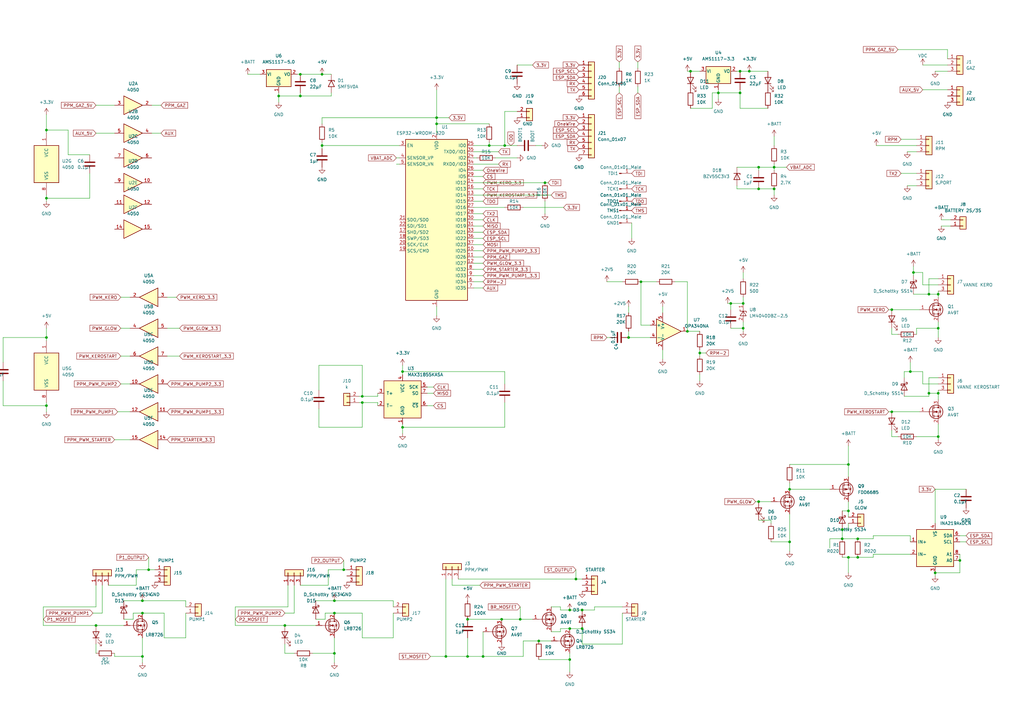
<source format=kicad_sch>
(kicad_sch (version 20230121) (generator eeschema)
  (paper "A3")
  (junction (at 205.74 254))
  (junction (at 351.79 220.98))
  (junction (at 123.19 30.48))
  (junction (at 58.42 251.46))
  (junction (at 294.64 38.1))
  (junction (at 383.54 234.95))
  (junction (at 365.76 168.91))
  (junction (at 114.3 39.37))
  (junction (at 137.16 246.38))
  (junction (at 323.85 200.66))
  (junction (at 283.21 29.21))
  (junction (at 238.76 257.81))
  (junction (at 281.94 135.89))
  (junction (at 132.08 30.48))
  (junction (at 116.84 256.54))
  (junction (at 213.36 254))
  (junction (at 393.7 229.87))
  (junction (at 347.98 228.6))
  (junction (at 19.05 166.37))
  (junction (at 303.53 29.21))
  (junction (at 198.12 269.24))
  (junction (at 223.52 74.93))
  (junction (at 179.07 50.8))
  (junction (at 304.8 134.62))
  (junction (at 351.79 228.6))
  (junction (at 345.44 217.17))
  (junction (at 311.15 68.58))
  (junction (at 60.96 233.68))
  (junction (at 317.5 68.58))
  (junction (at 191.77 269.24))
  (junction (at 137.16 267.97))
  (junction (at 19.05 53.34))
  (junction (at 191.77 254))
  (junction (at 148.59 162.56))
  (junction (at 381 120.65))
  (junction (at 381 161.29))
  (junction (at 365.76 127))
  (junction (at 207.01 59.69))
  (junction (at 165.1 175.26))
  (junction (at 236.22 237.49))
  (junction (at 287.02 144.78))
  (junction (at 233.68 250.19))
  (junction (at 148.59 165.1))
  (junction (at 165.1 152.4))
  (junction (at 317.5 77.47))
  (junction (at 299.72 124.46))
  (junction (at 58.42 246.38))
  (junction (at 384.81 179.07))
  (junction (at 345.44 220.98))
  (junction (at 19.05 138.43))
  (junction (at 303.53 38.1))
  (junction (at 233.68 257.81))
  (junction (at 137.16 251.46))
  (junction (at 182.88 269.24))
  (junction (at 307.34 29.21))
  (junction (at 347.98 209.55))
  (junction (at 39.37 256.54))
  (junction (at 384.81 120.65))
  (junction (at 311.15 205.74))
  (junction (at 373.38 152.4))
  (junction (at 323.85 222.25))
  (junction (at 58.42 269.24))
  (junction (at 123.19 39.37))
  (junction (at 384.81 161.29))
  (junction (at 220.98 262.89))
  (junction (at 140.97 233.68))
  (junction (at 384.81 134.62))
  (junction (at 262.89 115.57))
  (junction (at 238.76 250.19))
  (junction (at 132.08 59.69))
  (junction (at 257.81 138.43))
  (junction (at 233.68 270.51))
  (junction (at 374.65 111.76))
  (junction (at 311.15 77.47))
  (junction (at 19.05 81.28))
  (junction (at 347.98 190.5))
  (junction (at 200.66 59.69))
  (junction (at 179.07 48.26))
  (junction (at 304.8 124.46))
  (wire (pts (xy 375.92 134.62) (xy 375.92 137.16)))
  (wire (pts (xy 133.35 251.46) (xy 137.16 251.46)))
  (wire (pts (xy 317.5 68.58) (xy 317.5 69.85)))
  (wire (pts (xy 388.62 20.32) (xy 388.62 24.13)))
  (wire (pts (xy 44.45 240.03) (xy 55.88 240.03)))
  (wire (pts (xy 148.59 162.56) (xy 154.94 162.56)))
  (wire (pts (xy 229.87 250.19) (xy 233.68 250.19)))
  (wire (pts (xy 281.94 115.57) (xy 281.94 135.89)))
  (wire (pts (xy 58.42 261.62) (xy 58.42 269.24)))
  (wire (pts (xy 283.21 44.45) (xy 292.1 44.45)))
  (wire (pts (xy 46.99 180.34) (xy 53.34 180.34)))
  (wire (pts (xy 374.65 120.65) (xy 381 120.65)))
  (wire (pts (xy 347.98 205.74) (xy 347.98 209.55)))
  (wire (pts (xy 39.37 256.54) (xy 50.8 256.54)))
  (wire (pts (xy 154.94 162.56) (xy 154.94 161.29)))
  (wire (pts (xy 187.96 237.49) (xy 236.22 237.49)))
  (wire (pts (xy 67.31 251.46) (xy 67.31 261.62)))
  (wire (pts (xy 238.76 264.16) (xy 238.76 257.81)))
  (wire (pts (xy 378.46 157.48) (xy 378.46 152.4)))
  (wire (pts (xy 238.76 264.16) (xy 255.27 264.16)))
  (wire (pts (xy 194.31 87.63) (xy 198.12 87.63)))
  (wire (pts (xy 19.05 166.37) (xy 19.05 168.91)))
  (wire (pts (xy 243.84 250.19) (xy 243.84 248.92)))
  (wire (pts (xy 182.88 269.24) (xy 191.77 269.24)))
  (wire (pts (xy 60.96 233.68) (xy 63.5 233.68)))
  (wire (pts (xy 147.32 165.1) (xy 148.59 165.1)))
  (wire (pts (xy 365.76 134.62) (xy 365.76 137.16)))
  (wire (pts (xy 114.3 39.37) (xy 123.19 39.37)))
  (wire (pts (xy 378.46 111.76) (xy 374.65 111.76)))
  (wire (pts (xy 304.8 135.89) (xy 304.8 134.62)))
  (wire (pts (xy 118.11 248.92) (xy 96.52 248.92)))
  (wire (pts (xy 303.53 38.1) (xy 303.53 44.45)))
  (wire (pts (xy 372.11 76.2) (xy 375.92 76.2)))
  (wire (pts (xy 165.1 173.99) (xy 165.1 175.26)))
  (wire (pts (xy 358.14 228.6) (xy 351.79 228.6)))
  (wire (pts (xy 194.31 62.23) (xy 204.47 62.23)))
  (wire (pts (xy 58.42 269.24) (xy 58.42 271.78)))
  (wire (pts (xy 19.05 81.28) (xy 19.05 82.55)))
  (wire (pts (xy 299.72 124.46) (xy 304.8 124.46)))
  (wire (pts (xy 248.92 138.43) (xy 250.19 138.43)))
  (wire (pts (xy 358.14 219.71) (xy 358.14 220.98)))
  (wire (pts (xy 281.94 135.89) (xy 287.02 135.89)))
  (wire (pts (xy 384.81 132.08) (xy 384.81 134.62)))
  (wire (pts (xy 393.7 227.33) (xy 393.7 229.87)))
  (wire (pts (xy 165.1 175.26) (xy 207.01 175.26)))
  (wire (pts (xy 323.85 210.82) (xy 323.85 222.25)))
  (wire (pts (xy 132.08 59.69) (xy 163.83 59.69)))
  (wire (pts (xy 302.26 29.21) (xy 303.53 29.21)))
  (wire (pts (xy 302.26 77.47) (xy 311.15 77.47)))
  (wire (pts (xy 378.46 36.83) (xy 388.62 36.83)))
  (wire (pts (xy 359.41 59.69) (xy 375.92 59.69)))
  (wire (pts (xy 198.12 113.03) (xy 194.31 113.03)))
  (wire (pts (xy 303.53 29.21) (xy 307.34 29.21)))
  (wire (pts (xy 19.05 53.34) (xy 27.94 53.34)))
  (wire (pts (xy 1.27 148.59) (xy 1.27 138.43)))
  (wire (pts (xy 384.81 173.99) (xy 384.81 179.07)))
  (wire (pts (xy 19.05 165.1) (xy 19.05 166.37)))
  (wire (pts (xy 50.8 246.38) (xy 58.42 246.38)))
  (wire (pts (xy 198.12 118.11) (xy 194.31 118.11)))
  (wire (pts (xy 207.01 152.4) (xy 207.01 157.48)))
  (wire (pts (xy 46.99 267.97) (xy 46.99 269.24)))
  (wire (pts (xy 198.12 100.33) (xy 194.31 100.33)))
  (wire (pts (xy 292.1 44.45) (xy 292.1 38.1)))
  (wire (pts (xy 148.59 149.86) (xy 130.81 149.86)))
  (wire (pts (xy 238.76 250.19) (xy 243.84 250.19)))
  (wire (pts (xy 384.81 114.3) (xy 381 114.3)))
  (wire (pts (xy 254 38.1) (xy 254 35.56)))
  (wire (pts (xy 198.12 95.25) (xy 194.31 95.25)))
  (wire (pts (xy 194.31 80.01) (xy 226.06 80.01)))
  (wire (pts (xy 49.53 157.48) (xy 53.34 157.48)))
  (wire (pts (xy 214.63 269.24) (xy 214.63 262.89)))
  (wire (pts (xy 257.81 135.89) (xy 257.81 138.43)))
  (wire (pts (xy 198.12 105.41) (xy 194.31 105.41)))
  (wire (pts (xy 39.37 43.18) (xy 46.99 43.18)))
  (wire (pts (xy 123.19 30.48) (xy 132.08 30.48)))
  (wire (pts (xy 68.58 121.92) (xy 72.39 121.92)))
  (wire (pts (xy 226.06 259.08) (xy 229.87 259.08)))
  (wire (pts (xy 311.15 77.47) (xy 317.5 77.47)))
  (wire (pts (xy 36.83 81.28) (xy 19.05 81.28)))
  (wire (pts (xy 384.81 116.84) (xy 378.46 116.84)))
  (wire (pts (xy 223.52 82.55) (xy 223.52 87.63)))
  (wire (pts (xy 38.1 251.46) (xy 41.91 251.46)))
  (wire (pts (xy 220.98 270.51) (xy 233.68 270.51)))
  (wire (pts (xy 67.31 261.62) (xy 76.2 261.62)))
  (wire (pts (xy 165.1 152.4) (xy 207.01 152.4)))
  (wire (pts (xy 323.85 190.5) (xy 347.98 190.5)))
  (wire (pts (xy 345.44 209.55) (xy 347.98 209.55)))
  (wire (pts (xy 54.61 254) (xy 54.61 251.46)))
  (wire (pts (xy 340.36 220.98) (xy 345.44 220.98)))
  (wire (pts (xy 304.8 111.76) (xy 304.8 114.3)))
  (wire (pts (xy 276.86 115.57) (xy 281.94 115.57)))
  (wire (pts (xy 198.12 269.24) (xy 214.63 269.24)))
  (wire (pts (xy 1.27 166.37) (xy 19.05 166.37)))
  (wire (pts (xy 345.44 217.17) (xy 347.98 217.17)))
  (wire (pts (xy 207.01 165.1) (xy 207.01 175.26)))
  (wire (pts (xy 347.98 228.6) (xy 347.98 234.95)))
  (wire (pts (xy 185.42 240.03) (xy 185.42 237.49)))
  (wire (pts (xy 198.12 72.39) (xy 194.31 72.39)))
  (wire (pts (xy 220.98 262.89) (xy 214.63 262.89)))
  (wire (pts (xy 49.53 146.05) (xy 53.34 146.05)))
  (wire (pts (xy 137.16 267.97) (xy 137.16 271.78)))
  (wire (pts (xy 373.38 219.71) (xy 373.38 222.25)))
  (wire (pts (xy 200.66 59.69) (xy 207.01 59.69)))
  (wire (pts (xy 62.23 43.18) (xy 66.04 43.18)))
  (wire (pts (xy 303.53 44.45) (xy 314.96 44.45)))
  (wire (pts (xy 175.26 161.29) (xy 177.8 161.29)))
  (wire (pts (xy 299.72 124.46) (xy 299.72 127)))
  (wire (pts (xy 165.1 175.26) (xy 165.1 177.8)))
  (wire (pts (xy 372.11 62.23) (xy 375.92 62.23)))
  (wire (pts (xy 135.89 38.1) (xy 135.89 39.37)))
  (wire (pts (xy 381 162.56) (xy 381 161.29)))
  (wire (pts (xy 226.06 262.89) (xy 220.98 262.89)))
  (wire (pts (xy 132.08 59.69) (xy 132.08 58.42)))
  (wire (pts (xy 19.05 53.34) (xy 19.05 54.61)))
  (wire (pts (xy 311.15 68.58) (xy 311.15 69.85)))
  (wire (pts (xy 137.16 251.46) (xy 148.59 251.46)))
  (wire (pts (xy 179.07 48.26) (xy 184.15 48.26)))
  (wire (pts (xy 317.5 67.31) (xy 317.5 68.58)))
  (wire (pts (xy 370.84 162.56) (xy 381 162.56)))
  (wire (pts (xy 294.64 38.1) (xy 303.53 38.1)))
  (wire (pts (xy 213.36 248.92) (xy 213.36 254)))
  (wire (pts (xy 323.85 226.06) (xy 323.85 222.25)))
  (wire (pts (xy 179.07 50.8) (xy 200.66 50.8)))
  (wire (pts (xy 374.65 109.22) (xy 374.65 111.76)))
  (wire (pts (xy 224.79 74.93) (xy 223.52 74.93)))
  (wire (pts (xy 39.37 264.16) (xy 39.37 267.97)))
  (wire (pts (xy 262.89 115.57) (xy 269.24 115.57)))
  (wire (pts (xy 358.14 227.33) (xy 373.38 227.33)))
  (wire (pts (xy 194.31 77.47) (xy 198.12 77.47)))
  (wire (pts (xy 243.84 248.92) (xy 255.27 248.92)))
  (wire (pts (xy 287.02 144.78) (xy 287.02 146.05)))
  (wire (pts (xy 198.12 82.55) (xy 194.31 82.55)))
  (wire (pts (xy 123.19 38.1) (xy 123.19 39.37)))
  (wire (pts (xy 233.68 257.81) (xy 238.76 257.81)))
  (wire (pts (xy 386.08 90.17) (xy 389.89 90.17)))
  (wire (pts (xy 317.5 55.88) (xy 317.5 59.69)))
  (wire (pts (xy 179.07 50.8) (xy 179.07 54.61)))
  (wire (pts (xy 118.11 240.03) (xy 118.11 248.92)))
  (wire (pts (xy 137.16 246.38) (xy 161.29 246.38)))
  (wire (pts (xy 236.22 237.49) (xy 238.76 237.49)))
  (wire (pts (xy 381 161.29) (xy 384.81 161.29)))
  (wire (pts (xy 347.98 182.88) (xy 347.98 190.5)))
  (wire (pts (xy 148.59 251.46) (xy 148.59 261.62)))
  (wire (pts (xy 120.65 267.97) (xy 116.84 267.97)))
  (wire (pts (xy 19.05 138.43) (xy 19.05 139.7)))
  (wire (pts (xy 198.12 90.17) (xy 194.31 90.17)))
  (wire (pts (xy 17.78 248.92) (xy 17.78 256.54)))
  (wire (pts (xy 393.7 219.71) (xy 396.24 219.71)))
  (wire (pts (xy 19.05 134.62) (xy 19.05 138.43)))
  (wire (pts (xy 132.08 30.48) (xy 135.89 30.48)))
  (wire (pts (xy 384.81 157.48) (xy 378.46 157.48)))
  (wire (pts (xy 132.08 60.96) (xy 132.08 59.69)))
  (wire (pts (xy 129.54 254) (xy 133.35 254)))
  (wire (pts (xy 162.56 64.77) (xy 163.83 64.77)))
  (wire (pts (xy 1.27 138.43) (xy 19.05 138.43)))
  (wire (pts (xy 347.98 209.55) (xy 347.98 212.09)))
  (wire (pts (xy 369.57 71.12) (xy 375.92 71.12)))
  (wire (pts (xy 41.91 240.03) (xy 41.91 251.46)))
  (wire (pts (xy 229.87 259.08) (xy 229.87 257.81)))
  (wire (pts (xy 48.26 168.91) (xy 53.34 168.91)))
  (wire (pts (xy 194.31 74.93) (xy 223.52 74.93)))
  (wire (pts (xy 248.92 115.57) (xy 255.27 115.57)))
  (wire (pts (xy 213.36 254) (xy 218.44 254)))
  (wire (pts (xy 375.92 134.62) (xy 384.81 134.62)))
  (wire (pts (xy 195.58 64.77) (xy 194.31 64.77)))
  (wire (pts (xy 316.23 214.63) (xy 316.23 213.36)))
  (wire (pts (xy 374.65 111.76) (xy 374.65 113.03)))
  (wire (pts (xy 257.81 138.43) (xy 266.7 138.43)))
  (wire (pts (xy 287.02 143.51) (xy 287.02 144.78)))
  (wire (pts (xy 19.05 80.01) (xy 19.05 81.28)))
  (wire (pts (xy 304.8 121.92) (xy 304.8 124.46)))
  (wire (pts (xy 27.94 53.34) (xy 27.94 63.5)))
  (wire (pts (xy 207.01 85.09) (xy 194.31 85.09)))
  (wire (pts (xy 133.35 254) (xy 133.35 251.46)))
  (wire (pts (xy 198.12 69.85) (xy 194.31 69.85)))
  (wire (pts (xy 179.07 48.26) (xy 179.07 50.8)))
  (wire (pts (xy 212.09 26.67) (xy 218.44 26.67)))
  (wire (pts (xy 68.58 134.62) (xy 73.66 134.62)))
  (wire (pts (xy 46.99 269.24) (xy 58.42 269.24)))
  (wire (pts (xy 229.87 257.81) (xy 233.68 257.81)))
  (wire (pts (xy 198.12 97.79) (xy 194.31 97.79)))
  (wire (pts (xy 233.68 267.97) (xy 233.68 270.51)))
  (wire (pts (xy 154.94 165.1) (xy 154.94 166.37)))
  (wire (pts (xy 194.31 92.71) (xy 198.12 92.71)))
  (wire (pts (xy 27.94 63.5) (xy 36.83 63.5)))
  (wire (pts (xy 130.81 175.26) (xy 148.59 175.26)))
  (wire (pts (xy 120.65 240.03) (xy 120.65 251.46)))
  (wire (pts (xy 283.21 29.21) (xy 287.02 29.21)))
  (wire (pts (xy 266.7 133.35) (xy 262.89 133.35)))
  (wire (pts (xy 317.5 77.47) (xy 317.5 80.01)))
  (wire (pts (xy 384.81 160.02) (xy 384.81 161.29)))
  (wire (pts (xy 68.58 146.05) (xy 73.66 146.05)))
  (wire (pts (xy 383.54 234.95) (xy 393.7 234.95)))
  (wire (pts (xy 259.08 91.44) (xy 259.08 97.79)))
  (wire (pts (xy 358.14 227.33) (xy 358.14 228.6)))
  (wire (pts (xy 317.5 68.58) (xy 322.58 68.58)))
  (wire (pts (xy 287.02 156.21) (xy 287.02 153.67)))
  (wire (pts (xy 76.2 251.46) (xy 76.2 261.62)))
  (wire (pts (xy 140.97 233.68) (xy 142.24 233.68)))
  (wire (pts (xy 123.19 39.37) (xy 135.89 39.37)))
  (wire (pts (xy 101.6 30.48) (xy 106.68 30.48)))
  (wire (pts (xy 148.59 162.56) (xy 148.59 149.86)))
  (wire (pts (xy 378.46 26.67) (xy 388.62 26.67)))
  (wire (pts (xy 317.5 68.58) (xy 311.15 68.58)))
  (wire (pts (xy 134.62 240.03) (xy 134.62 233.68)))
  (wire (pts (xy 58.42 246.38) (xy 76.2 246.38)))
  (wire (pts (xy 281.94 29.21) (xy 283.21 29.21)))
  (wire (pts (xy 292.1 38.1) (xy 294.64 38.1)))
  (wire (pts (xy 182.88 237.49) (xy 182.88 269.24)))
  (wire (pts (xy 1.27 156.21) (xy 1.27 166.37)))
  (wire (pts (xy 345.44 217.17) (xy 345.44 220.98)))
  (wire (pts (xy 165.1 152.4) (xy 165.1 153.67)))
  (wire (pts (xy 231.14 85.09) (xy 214.63 85.09)))
  (wire (pts (xy 60.96 228.6) (xy 60.96 233.68)))
  (wire (pts (xy 347.98 190.5) (xy 347.98 195.58)))
  (wire (pts (xy 58.42 251.46) (xy 67.31 251.46)))
  (wire (pts (xy 55.88 233.68) (xy 60.96 233.68)))
  (wire (pts (xy 191.77 261.62) (xy 191.77 269.24)))
  (wire (pts (xy 381 154.94) (xy 381 161.29)))
  (wire (pts (xy 49.53 121.92) (xy 53.34 121.92)))
  (wire (pts (xy 378.46 116.84) (xy 378.46 111.76)))
  (wire (pts (xy 384.81 180.34) (xy 384.81 179.07)))
  (wire (pts (xy 384.81 161.29) (xy 384.81 163.83)))
  (wire (pts (xy 148.59 261.62) (xy 161.29 261.62)))
  (wire (pts (xy 373.38 148.59) (xy 373.38 152.4)))
  (wire (pts (xy 302.26 77.47) (xy 302.26 76.2)))
  (wire (pts (xy 351.79 220.98) (xy 358.14 220.98)))
  (wire (pts (xy 114.3 39.37) (xy 114.3 41.91)))
  (wire (pts (xy 323.85 198.12) (xy 323.85 200.66)))
  (wire (pts (xy 207.01 59.69) (xy 212.09 59.69)))
  (wire (pts (xy 365.76 168.91) (xy 377.19 168.91)))
  (wire (pts (xy 364.49 127) (xy 365.76 127)))
  (wire (pts (xy 383.54 200.66) (xy 383.54 214.63)))
  (wire (pts (xy 132.08 48.26) (xy 132.08 50.8)))
  (wire (pts (xy 130.81 149.86) (xy 130.81 160.02)))
  (wire (pts (xy 229.87 248.92) (xy 229.87 250.19)))
  (wire (pts (xy 368.3 179.07) (xy 365.76 179.07)))
  (wire (pts (xy 294.64 36.83) (xy 294.64 38.1)))
  (wire (pts (xy 298.45 124.46) (xy 299.72 124.46)))
  (wire (pts (xy 116.84 264.16) (xy 116.84 267.97)))
  (wire (pts (xy 347.98 228.6) (xy 351.79 228.6)))
  (wire (pts (xy 179.07 129.54) (xy 179.07 125.73)))
  (wire (pts (xy 311.15 205.74) (xy 316.23 205.74)))
  (wire (pts (xy 165.1 149.86) (xy 165.1 152.4)))
  (wire (pts (xy 384.81 119.38) (xy 384.81 120.65)))
  (wire (pts (xy 381 120.65) (xy 384.81 120.65)))
  (wire (pts (xy 161.29 246.38) (xy 161.29 248.92)))
  (wire (pts (xy 198.12 115.57) (xy 194.31 115.57)))
  (wire (pts (xy 212.09 64.77) (xy 203.2 64.77)))
  (wire (pts (xy 114.3 38.1) (xy 114.3 39.37)))
  (wire (pts (xy 49.53 134.62) (xy 53.34 134.62)))
  (wire (pts (xy 205.74 254) (xy 213.36 254)))
  (wire (pts (xy 116.84 251.46) (xy 120.65 251.46)))
  (wire (pts (xy 261.62 38.1) (xy 261.62 35.56)))
  (wire (pts (xy 347.98 214.63) (xy 347.98 217.17)))
  (wire (pts (xy 294.64 38.1) (xy 294.64 40.64)))
  (wire (pts (xy 175.26 166.37) (xy 177.8 166.37)))
  (wire (pts (xy 129.54 246.38) (xy 137.16 246.38)))
  (wire (pts (xy 162.56 67.31) (xy 163.83 67.31)))
  (wire (pts (xy 233.68 270.51) (xy 233.68 275.59)))
  (wire (pts (xy 198.12 107.95) (xy 194.31 107.95)))
  (wire (pts (xy 369.57 57.15) (xy 375.92 57.15)))
  (wire (pts (xy 384.81 134.62) (xy 384.81 138.43)))
  (wire (pts (xy 365.76 127) (xy 377.19 127)))
  (wire (pts (xy 134.62 233.68) (xy 140.97 233.68)))
  (wire (pts (xy 383.54 29.21) (xy 388.62 29.21)))
  (wire (pts (xy 62.23 54.61) (xy 66.04 54.61)))
  (wire (pts (xy 179.07 48.26) (xy 132.08 48.26)))
  (wire (pts (xy 76.2 248.92) (xy 76.2 246.38)))
  (wire (pts (xy 257.81 128.27) (xy 257.81 125.73)))
  (wire (pts (xy 381 114.3) (xy 381 120.65)))
  (wire (pts (xy 311.15 213.36) (xy 316.23 213.36)))
  (wire (pts (xy 236.22 233.68) (xy 236.22 237.49)))
  (wire (pts (xy 287.02 144.78) (xy 289.56 144.78)))
  (wire (pts (xy 358.14 219.71) (xy 373.38 219.71)))
  (wire (pts (xy 121.92 30.48) (xy 123.19 30.48)))
  (wire (pts (xy 393.7 229.87) (xy 393.7 234.95)))
  (wire (pts (xy 194.31 59.69) (xy 200.66 59.69)))
  (wire (pts (xy 123.19 240.03) (xy 134.62 240.03)))
  (wire (pts (xy 50.8 254) (xy 54.61 254)))
  (wire (pts (xy 378.46 152.4) (xy 373.38 152.4)))
  (wire (pts (xy 96.52 248.92) (xy 96.52 256.54)))
  (wire (pts (xy 130.81 175.26) (xy 130.81 167.64)))
  (wire (pts (xy 368.3 137.16) (xy 365.76 137.16)))
  (wire (pts (xy 200.66 58.42) (xy 200.66 59.69)))
  (wire (pts (xy 345.44 228.6) (xy 347.98 228.6)))
  (wire (pts (xy 393.7 222.25) (xy 396.24 222.25)))
  (wire (pts (xy 345.44 220.98) (xy 351.79 220.98)))
  (wire (pts (xy 383.54 236.22) (xy 383.54 234.95)))
  (wire (pts (xy 175.26 158.75) (xy 177.8 158.75)))
  (wire (pts (xy 384.81 120.65) (xy 384.81 121.92)))
  (wire (pts (xy 303.53 36.83) (xy 303.53 38.1)))
  (wire (pts (xy 271.78 125.73) (xy 271.78 128.27)))
  (wire (pts (xy 54.61 251.46) (xy 58.42 251.46)))
  (wire (pts (xy 39.37 54.61) (xy 46.99 54.61)))
  (wire (pts (xy 39.37 248.92) (xy 17.78 248.92)))
  (wire (pts (xy 17.78 256.54) (xy 39.37 256.54)))
  (wire (pts (xy 140.97 229.87) (xy 140.97 233.68)))
  (wire (pts (xy 194.31 67.31) (xy 204.47 67.31)))
  (wire (pts (xy 368.3 20.32) (xy 388.62 20.32)))
  (wire (pts (xy 55.88 240.03) (xy 55.88 233.68)))
  (wire (pts (xy 176.53 269.24) (xy 182.88 269.24)))
  (wire (pts (xy 364.49 168.91) (xy 365.76 168.91)))
  (wire (pts (xy 36.83 71.12) (xy 36.83 81.28)))
  (wire (pts (xy 370.84 152.4) (xy 370.84 154.94)))
  (wire (pts (xy 198.12 102.87) (xy 194.31 102.87)))
  (wire (pts (xy 255.27 251.46) (xy 255.27 264.16)))
  (wire (pts (xy 386.08 92.71) (xy 389.89 92.71)))
  (wire (pts (xy 340.36 224.79) (xy 340.36 220.98)))
  (wire (pts (xy 254 25.4) (xy 254 27.94)))
  (wire (pts (xy 384.81 154.94) (xy 381 154.94)))
  (wire (pts (xy 261.62 25.4) (xy 261.62 27.94)))
  (wire (pts (xy 307.34 29.21) (xy 314.96 29.21)))
  (wire (pts (xy 262.89 133.35) (xy 262.89 115.57)))
  (wire (pts (xy 116.84 256.54) (xy 129.54 256.54)))
  (wire (pts (xy 19.05 46.99) (xy 19.05 53.34)))
  (wire (pts (xy 299.72 134.62) (xy 304.8 134.62)))
  (wire (pts (xy 96.52 256.54) (xy 116.84 256.54)))
  (wire (pts (xy 365.76 176.53) (xy 365.76 179.07)))
  (wire (pts (xy 179.07 36.83) (xy 179.07 48.26)))
  (wire (pts (xy 226.06 248.92) (xy 229.87 248.92)))
  (wire (pts (xy 185.42 240.03) (xy 196.85 240.03)))
  (wire (pts (xy 370.84 152.4) (xy 373.38 152.4)))
  (wire (pts (xy 271.78 147.32) (xy 271.78 143.51)))
  (wire (pts (xy 148.59 175.26) (xy 148.59 165.1)))
  (wire (pts (xy 222.25 59.69) (xy 219.71 59.69)))
  (wire (pts (xy 383.54 200.66) (xy 396.24 200.66)))
  (wire (pts (xy 198.12 110.49) (xy 194.31 110.49)))
  (wire (pts (xy 191.77 254) (xy 205.74 254)))
  (wire (pts (xy 207.01 45.72) (xy 207.01 59.69)))
  (wire (pts (xy 39.37 240.03) (xy 39.37 248.92)))
  (wire (pts (xy 316.23 222.25) (xy 323.85 222.25)))
  (wire (pts (xy 309.88 205.74) (xy 311.15 205.74)))
  (wire (pts (xy 304.8 134.62) (xy 304.8 132.08)))
  (wire (pts (xy 375.92 179.07) (xy 384.81 179.07)))
  (wire (pts (xy 147.32 162.56) (xy 148.59 162.56)))
  (wire (pts (xy 148.59 165.1) (xy 154.94 165.1)))
  (wire (pts (xy 191.77 269.24) (xy 198.12 269.24)))
  (wire (pts (xy 137.16 261.62) (xy 137.16 267.97)))
  (wire (pts (xy 323.85 200.66) (xy 340.36 200.66)))
  (wire (pts (xy 198.12 259.08) (xy 198.12 269.24)))
  (wire (pts (xy 128.27 267.97) (xy 137.16 267.97)))
  (wire (pts (xy 238.76 250.19) (xy 233.68 250.19)))
  (wire (pts (xy 161.29 251.46) (xy 161.29 261.62)))
  (wire (pts (xy 302.26 68.58) (xy 311.15 68.58)))
  (wire (pts (xy 207.01 45.72) (xy 212.09 45.72)))
  (global_label "ESP_SCL" (shape input) (at 237.49 29.21 180) (property "Intersheetrefs" "${INTERSHEET_REFS}" (effects hide)))
  (global_label "ESP_SDA" (shape input) (at 261.62 38.1 270) (property "Intersheetrefs" "${INTERSHEET_REFS}" (effects hide)))
  (global_label "PWM_GLOW_3.3" (shape input) (at 73.66 134.62 0) (property "Intersheetrefs" "${INTERSHEET_REFS}" (effects hide)))
  (global_label "CS" (shape input) (at 198.12 72.39 0) (property "Intersheetrefs" "${INTERSHEET_REFS}" (effects hide)))
  (global_label "CS" (shape input) (at 177.8 166.37 0) (property "Intersheetrefs" "${INTERSHEET_REFS}" (effects hide)))
  (global_label "PPM_PWM_PUMP1_3.3" (shape input) (at 68.58 168.91 0) (property "Intersheetrefs" "${INTERSHEET_REFS}" (effects hide)))
  (global_label "TX" (shape input) (at 237.49 36.83 180) (property "Intersheetrefs" "${INTERSHEET_REFS}" (effects hide)))
  (global_label "3.3V" (shape input) (at 237.49 48.26 180) (property "Intersheetrefs" "${INTERSHEET_REFS}" (effects hide)))
  (global_label "PPM_PWM_PUMP2_3.3" (shape input) (at 198.12 102.87 0) (property "Intersheetrefs" "${INTERSHEET_REFS}" (effects hide)))
  (global_label "3.3V" (shape input) (at 237.49 26.67 180) (property "Intersheetrefs" "${INTERSHEET_REFS}" (effects hide)))
  (global_label "ESP_SDA" (shape input) (at 396.24 219.71 0) (property "Intersheetrefs" "${INTERSHEET_REFS}" (effects hide)))
  (global_label "3.3V" (shape input) (at 218.44 26.67 0) (property "Intersheetrefs" "${INTERSHEET_REFS}" (effects hide)))
  (global_label "TDO" (shape input) (at 259.08 82.55 0) (property "Intersheetrefs" "${INTERSHEET_REFS}" (effects hide)))
  (global_label "ESP_SDA" (shape input) (at 237.49 31.75 180) (property "Intersheetrefs" "${INTERSHEET_REFS}" (effects hide)))
  (global_label "3.3V" (shape input) (at 261.62 25.4 90) (property "Intersheetrefs" "${INTERSHEET_REFS}" (effects hide)))
  (global_label "TDI" (shape input) (at 259.08 71.12 0) (property "Intersheetrefs" "${INTERSHEET_REFS}" (effects hide)))
  (global_label "MISO" (shape input) (at 177.8 161.29 0) (property "Intersheetrefs" "${INTERSHEET_REFS}" (effects hide)))
  (global_label "PPM_GAZ" (shape input) (at 198.12 105.41 0) (property "Intersheetrefs" "${INTERSHEET_REFS}" (effects hide)))
  (global_label "VBAT_ADC" (shape input) (at 162.56 64.77 180) (property "Intersheetrefs" "${INTERSHEET_REFS}" (effects hide)))
  (global_label "3.3V" (shape input) (at 254 25.4 90) (property "Intersheetrefs" "${INTERSHEET_REFS}" (effects hide)))
  (global_label "3.3V" (shape input) (at 184.15 48.26 0) (property "Intersheetrefs" "${INTERSHEET_REFS}" (effects hide)))
  (global_label "PWM_GLOW_3.3" (shape input) (at 198.12 107.95 0) (property "Intersheetrefs" "${INTERSHEET_REFS}" (effects hide)))
  (global_label "RPM-2" (shape input) (at 289.56 144.78 0) (property "Intersheetrefs" "${INTERSHEET_REFS}" (effects hide)))
  (global_label "PWM_KEROSTART_3.3" (shape input) (at 73.66 146.05 0) (property "Intersheetrefs" "${INTERSHEET_REFS}" (effects hide)))
  (global_label "IO0" (shape input) (at 209.55 59.69 90) (property "Intersheetrefs" "${INTERSHEET_REFS}" (effects hide)))
  (global_label "RPM-2" (shape input) (at 198.12 115.57 0) (property "Intersheetrefs" "${INTERSHEET_REFS}" (effects hide)))
  (global_label "ST_OUTPUT" (shape input) (at 236.22 233.68 180) (property "Intersheetrefs" "${INTERSHEET_REFS}" (effects hide)))
  (global_label "PPM_PWM_PUMP2" (shape input) (at 49.53 157.48 180) (property "Intersheetrefs" "${INTERSHEET_REFS}" (effects hide)))
  (global_label "BR_MOSFET" (shape input) (at 213.36 248.92 180) (property "Intersheetrefs" "${INTERSHEET_REFS}" (effects hide)))
  (global_label "RX" (shape input) (at 237.49 34.29 180) (property "Intersheetrefs" "${INTERSHEET_REFS}" (effects hide)))
  (global_label "TCK" (shape input) (at 198.12 77.47 0) (property "Intersheetrefs" "${INTERSHEET_REFS}" (effects hide)))
  (global_label "PPM_PWM_PUMP2_3.3" (shape input) (at 68.58 157.48 0) (property "Intersheetrefs" "${INTERSHEET_REFS}" (effects hide)))
  (global_label "AUX_5V" (shape input) (at 39.37 54.61 180) (property "Intersheetrefs" "${INTERSHEET_REFS}" (effects hide)))
  (global_label "TX2" (shape input) (at 198.12 87.63 0) (property "Intersheetrefs" "${INTERSHEET_REFS}" (effects hide)))
  (global_label "PWM_KEROSTART_3.3" (shape input) (at 198.12 80.01 0) (property "Intersheetrefs" "${INTERSHEET_REFS}" (effects hide)))
  (global_label "MISO" (shape input) (at 198.12 92.71 0) (property "Intersheetrefs" "${INTERSHEET_REFS}" (effects hide)))
  (global_label "ESP_SCL" (shape input) (at 198.12 97.79 0) (property "Intersheetrefs" "${INTERSHEET_REFS}" (effects hide)))
  (global_label "PPM_GAZ_5V" (shape input) (at 368.3 20.32 180) (property "Intersheetrefs" "${INTERSHEET_REFS}" (effects hide)))
  (global_label "MOSI" (shape input) (at 198.12 100.33 0) (property "Intersheetrefs" "${INTERSHEET_REFS}" (effects hide)))
  (global_label "RPM" (shape input) (at 248.92 138.43 180) (property "Intersheetrefs" "${INTERSHEET_REFS}" (effects hide)))
  (global_label "OneWire" (shape input) (at 237.49 50.8 180) (property "Intersheetrefs" "${INTERSHEET_REFS}" (effects hide)))
  (global_label "AUX" (shape input) (at 198.12 118.11 0) (property "Intersheetrefs" "${INTERSHEET_REFS}" (effects hide)))
  (global_label "ESP_SDA" (shape input) (at 198.12 95.25 0) (property "Intersheetrefs" "${INTERSHEET_REFS}" (effects hide)))
  (global_label "PPM_PWM_PUMP1_3.3" (shape input) (at 198.12 113.03 0) (property "Intersheetrefs" "${INTERSHEET_REFS}" (effects hide)))
  (global_label "ST_MOSFET" (shape input) (at 176.53 269.24 180) (property "Intersheetrefs" "${INTERSHEET_REFS}" (effects hide)))
  (global_label "PWM_GLOW" (shape input) (at 49.53 134.62 180) (property "Intersheetrefs" "${INTERSHEET_REFS}" (effects hide)))
  (global_label "CLK" (shape input) (at 198.12 90.17 0) (property "Intersheetrefs" "${INTERSHEET_REFS}" (effects hide)))
  (global_label "CLK" (shape input) (at 177.8 158.75 0) (property "Intersheetrefs" "${INTERSHEET_REFS}" (effects hide)))
  (global_label "AUX" (shape input) (at 66.04 54.61 0) (property "Intersheetrefs" "${INTERSHEET_REFS}" (effects hide)))
  (global_label "TDO" (shape input) (at 198.12 82.55 0) (property "Intersheetrefs" "${INTERSHEET_REFS}" (effects hide)))
  (global_label "RX" (shape input) (at 237.49 58.42 180) (property "Intersheetrefs" "${INTERSHEET_REFS}" (effects hide)))
  (global_label "3.3V" (shape input) (at 231.14 85.09 0) (property "Intersheetrefs" "${INTERSHEET_REFS}" (effects hide)))
  (global_label "PPM_PWM_STARTER" (shape input) (at 196.85 240.03 0) (property "Intersheetrefs" "${INTERSHEET_REFS}" (effects hide)))
  (global_label "TX2" (shape input) (at 369.57 71.12 180) (property "Intersheetrefs" "${INTERSHEET_REFS}" (effects hide)))
  (global_label "RPM" (shape input) (at 369.57 57.15 180) (property "Intersheetrefs" "${INTERSHEET_REFS}" (effects hide)))
  (global_label "ESP_SCL" (shape input) (at 254 38.1 270) (property "Intersheetrefs" "${INTERSHEET_REFS}" (effects hide)))
  (global_label "TMS" (shape input) (at 226.06 80.01 0) (property "Intersheetrefs" "${INTERSHEET_REFS}" (effects hide)))
  (global_label "P2_MOSFET" (shape input) (at 96.52 254 0) (property "Intersheetrefs" "${INTERSHEET_REFS}" (effects hide)))
  (global_label "ESP_SDA" (shape input) (at 237.49 55.88 180) (property "Intersheetrefs" "${INTERSHEET_REFS}" (effects hide)))
  (global_label "PPM_STARTER_3.3" (shape input) (at 198.12 110.49 0) (property "Intersheetrefs" "${INTERSHEET_REFS}" (effects hide)))
  (global_label "P2_OUTPUT" (shape input) (at 140.97 229.87 180) (property "Intersheetrefs" "${INTERSHEET_REFS}" (effects hide)))
  (global_label "TDI" (shape input) (at 224.79 74.93 0) (property "Intersheetrefs" "${INTERSHEET_REFS}" (effects hide)))
  (global_label "PWM_KERO" (shape input) (at 364.49 127 180) (property "Intersheetrefs" "${INTERSHEET_REFS}" (effects hide)))
  (global_label "ESP_SCL" (shape input) (at 396.24 222.25 0) (property "Intersheetrefs" "${INTERSHEET_REFS}" (effects hide)))
  (global_label "TX" (shape input) (at 237.49 60.96 180) (property "Intersheetrefs" "${INTERSHEET_REFS}" (effects hide)))
  (global_label "TX" (shape input) (at 204.47 62.23 0) (property "Intersheetrefs" "${INTERSHEET_REFS}" (effects hide)))
  (global_label "RX" (shape input) (at 204.47 67.31 0) (property "Intersheetrefs" "${INTERSHEET_REFS}" (effects hide)))
  (global_label "OneWire" (shape input) (at 198.12 69.85 0) (property "Intersheetrefs" "${INTERSHEET_REFS}" (effects hide)))
  (global_label "PPM_GAZ" (shape input) (at 66.04 43.18 0) (property "Intersheetrefs" "${INTERSHEET_REFS}" (effects hide)))
  (global_label "ESP_SCL" (shape input) (at 237.49 53.34 180) (property "Intersheetrefs" "${INTERSHEET_REFS}" (effects hide)))
  (global_label "PWM_KEROSTART" (shape input) (at 49.53 146.05 180) (property "Intersheetrefs" "${INTERSHEET_REFS}" (effects hide)))
  (global_label "PPM_PWM_PUMP1" (shape input) (at 38.1 251.46 180) (property "Intersheetrefs" "${INTERSHEET_REFS}" (effects hide)))
  (global_label "3.3V" (shape input) (at 383.54 200.66 180) (property "Intersheetrefs" "${INTERSHEET_REFS}" (effects hide)))
  (global_label "AUX_5V" (shape input) (at 378.46 36.83 180) (property "Intersheetrefs" "${INTERSHEET_REFS}" (effects hide)))
  (global_label "PPM_GAZ_5V" (shape input) (at 39.37 43.18 180) (property "Intersheetrefs" "${INTERSHEET_REFS}" (effects hide)))
  (global_label "TMS" (shape input) (at 259.08 86.36 0) (property "Intersheetrefs" "${INTERSHEET_REFS}" (effects hide)))
  (global_label "PWM_KERO_3.3" (shape input) (at 72.39 121.92 0) (property "Intersheetrefs" "${INTERSHEET_REFS}" (effects hide)))
  (global_label "VBAT_ADC" (shape input) (at 322.58 68.58 0) (property "Intersheetrefs" "${INTERSHEET_REFS}" (effects hide)))
  (global_label "TCK" (shape input) (at 259.08 77.47 0) (property "Intersheetrefs" "${INTERSHEET_REFS}" (effects hide)))
  (global_label "PWM_KERO_3.3" (shape input) (at 198.12 74.93 0) (property "Intersheetrefs" "${INTERSHEET_REFS}" (effects hide)))
  (global_label "PPM_PWM_STARTER" (shape input) (at 46.99 180.34 180) (property "Intersheetrefs" "${INTERSHEET_REFS}" (effects hide)))
  (global_label "PPM_STARTER_3.3" (shape input) (at 68.58 180.34 0) (property "Intersheetrefs" "${INTERSHEET_REFS}" (effects hide)))
  (global_label "P1_MOSFET" (shape input) (at 17.78 254 0) (property "Intersheetrefs" "${INTERSHEET_REFS}" (effects hide)))
  (global_label "PWM_KEROSTART" (shape input) (at 364.49 168.91 180) (property "Intersheetrefs" "${INTERSHEET_REFS}" (effects hide)))
  (global_label "PPM_PWM_PUMP2" (shape input) (at 116.84 251.46 180) (property "Intersheetrefs" "${INTERSHEET_REFS}" (effects hide)))
  (global_label "P1_OUTPUT" (shape input) (at 60.96 228.6 180) (property "Intersheetrefs" "${INTERSHEET_REFS}" (effects hide)))
  (global_label "PPM_PWM_PUMP1" (shape input) (at 48.26 168.91 180) (property "Intersheetrefs" "${INTERSHEET_REFS}" (effects hide)))
  (global_label "PWM_GLOW" (shape input) (at 309.88 205.74 180) (property "Intersheetrefs" "${INTERSHEET_REFS}" (effects hide)))
  (global_label "PWM_KERO" (shape input) (at 49.53 121.92 180) (property "Intersheetrefs" "${INTERSHEET_REFS}" (effects hide)))
  (symbol (lib_id "power:+3.3V") (at 307.34 29.21 0) (unit 1)
    (property "Reference" "#PWR0101" (effects hide))
    (property "Value" "+3.3V" (at 307.34 24.13 0))
  )
  (symbol (lib_id "Analog_ADC:INA219AxDCN") (at 383.54 224.79 0) (unit 1)
    (property "Reference" "U9" (at 385.5594 212.09 0) (effects (justify left)))
    (property "Value" "INA219AxDCN" (at 385.5594 214.63 0) (effects (justify left)))
    (property "Footprint" "Package_TO_SOT_SMD:SOT-23-8" (effects hide))
    (property "Datasheet" "http://www.ti.com/lit/ds/symlink/ina219.pdf" (effects hide))
  )
  (symbol (lib_id "Device:R") (at 261.62 31.75 180) (unit 1)
    (property "Reference" "R23" (at 264.16 30.4799 0) (effects (justify right)))
    (property "Value" "1K" (at 264.16 33.0199 0) (effects (justify right)))
    (property "Footprint" "Resistor_SMD:R_0603_1608Metric" (effects hide))
  )
  (symbol (lib_id "power:GND") (at 304.8 135.89 0) (unit 1)
    (property "Reference" "#PWR0147" (effects hide))
    (property "Value" "GND" (at 304.8 140.97 0))
  )
  (symbol (lib_id "Device:D_Schottky") (at 238.76 254 270) (unit 1)
    (property "Reference" "D3" (at 234.95 250.19 90) (effects (justify left)))
    (property "Value" "D_Schottky SS34" (at 236.22 259.08 90) (effects (justify left)))
    (property "Footprint" "Diode_SMD:D_SMA" (effects hide))
  )
  (symbol (lib_id "Device:D_Schottky") (at 370.84 158.75 270) (unit 1)
    (property "Reference" "D9" (at 365.76 157.48 90) (effects (justify left)))
    (property "Value" "D_Schottky SS14" (at 354.33 161.29 90) (effects (justify left)))
    (property "Footprint" "Diode_SMD:D_SMA" (effects hide))
  )
  (symbol (lib_id "power:GND") (at 383.54 236.22 0) (unit 1)
    (property "Reference" "#PWR0156" (effects hide))
    (property "Value" "GND" (at 383.54 241.3 0))
  )
  (symbol (lib_id "Connector:Conn_01x01_Male") (at 254 82.55 0) (unit 1)
    (property "Reference" "TDO1" (at 251.46 82.55 0))
    (property "Value" "Conn_01x01_Male" (at 254.635 80.01 0))
    (property "Footprint" "Connector_PinHeader_2.00mm:PinHeader_1x01_P2.00mm_Vertical" (effects hide))
  )
  (symbol (lib_id "Device:R") (at 304.8 118.11 0) (unit 1)
    (property "Reference" "R22" (at 307.34 116.8399 0) (effects (justify left)))
    (property "Value" "500" (at 307.34 119.3799 0) (effects (justify left)))
    (property "Footprint" "Resistor_SMD:R_0603_1608Metric" (effects hide))
  )
  (symbol (lib_id "Device:LED") (at 283.21 33.02 90) (unit 1)
    (property "Reference" "D11" (at 287.02 33.3375 90) (effects (justify right)))
    (property "Value" "LED" (at 287.02 35.8775 90) (effects (justify right)))
    (property "Footprint" "LED_SMD:LED_0603_1608Metric" (effects hide))
  )
  (symbol (lib_id "Device:R") (at 323.85 194.31 180) (unit 1)
    (property "Reference" "R11" (at 326.39 193.04 0) (effects (justify right)))
    (property "Value" "10K" (at 326.39 195.58 0) (effects (justify right)))
    (property "Footprint" "Resistor_SMD:R_0603_1608Metric" (effects hide))
  )
  (symbol (lib_id "Device:C") (at 396.24 204.47 0) (unit 1)
    (property "Reference" "C2" (at 391.16 203.2 0) (effects (justify left)))
    (property "Value" "0.1µF" (at 391.16 205.74 0) (effects (justify left)))
    (property "Footprint" "Capacitor_SMD:C_0603_1608Metric" (effects hide))
  )
  (symbol (lib_id "Sensor_Temperature:MAX31855KASA") (at 165.1 163.83 0) (unit 1)
    (property "Reference" "U3" (at 167.1194 151.13 0) (effects (justify left)))
    (property "Value" "MAX31855KASA" (at 167.1194 153.67 0) (effects (justify left)))
    (property "Footprint" "Package_SO:SOIC-8_3.9x4.9mm_P1.27mm" (effects hide))
    (property "Datasheet" "http://datasheets.maximintegrated.com/en/ds/MAX31855.pdf" (effects hide))
  )
  (symbol (lib_id "Device:C") (at 1.27 152.4 0) (unit 1)
    (property "Reference" "C5" (at -3.81 151.13 0) (effects (justify left)))
    (property "Value" "0.1µF" (at -3.81 153.67 0) (effects (justify left)))
    (property "Footprint" "Capacitor_SMD:C_0603_1608Metric" (effects hide))
  )
  (symbol (lib_id "Connector_Generic:Conn_01x06") (at 242.57 31.75 0) (unit 1)
    (property "Reference" "J20" (at 245.11 31.75 0) (effects (justify left)))
    (property "Value" "Conn_01x06" (at 245.11 34.29 0) (effects (justify left)))
  )
  (symbol (lib_id "power:+5V") (at 304.8 111.76 0) (unit 1)
    (property "Reference" "#PWR0153" (effects hide))
    (property "Value" "+5V" (at 304.8 106.68 0))
  )
  (symbol (lib_id "Connector_Generic:Conn_01x03") (at 381 59.69 0) (unit 1)
    (property "Reference" "J11" (at 383.54 58.4199 0) (effects (justify left)))
    (property "Value" "RPM" (at 383.54 60.9599 0) (effects (justify left)))
    (property "Footprint" "Connector_PinHeader_2.54mm:PinHeader_1x03_P2.54mm_Vertical" (effects hide))
  )
  (symbol (lib_id "Connector:Conn_01x01_Male") (at 254 71.12 0) (unit 1)
    (property "Reference" "TDI1" (at 251.46 71.12 0))
    (property "Value" "Conn_01x01_Male" (at 254.635 68.58 0))
    (property "Footprint" "Connector_PinHeader_2.00mm:PinHeader_1x01_P2.00mm_Vertical" (effects hide))
  )
  (symbol (lib_id "power:+BATT") (at 101.6 30.48 0) (unit 1)
    (property "Reference" "#PWR0144" (effects hide))
    (property "Value" "+BATT" (at 101.6 25.4 0))
  )
  (symbol (lib_id "4xxx:4050") (at 60.96 121.92 180) (unit 1)
    (property "Reference" "U5" (at 60.96 113.03 0))
    (property "Value" "4050" (at 60.96 115.57 0))
    (property "Footprint" "Package_SO:SOP-16_4.4x10.4mm_P1.27mm" (effects hide))
    (property "Datasheet" "http://www.intersil.com/content/dam/intersil/documents/cd40/cd4050bms.pdf" (effects hide))
  )
  (symbol (lib_id "power:+5V") (at 359.41 59.69 0) (unit 1)
    (property "Reference" "#PWR0129" (effects hide))
    (property "Value" "+5V" (at 359.41 54.61 0))
  )
  (symbol (lib_id "Connector_Generic:Conn_01x02") (at 217.17 48.26 0) (mirror x) (unit 1)
    (property "Reference" "J19" (at 217.17 39.37 0))
    (property "Value" "EN" (at 217.17 41.91 0))
    (property "Footprint" "Connector_PinHeader_2.54mm:PinHeader_1x02_P2.54mm_Vertical" (effects hide))
  )
  (symbol (lib_id "Transistor_FET:QM6006D") (at 231.14 262.89 0) (unit 1)
    (property "Reference" "Q4" (at 236.22 262.89 0) (effects (justify left)))
    (property "Value" "LR8726" (at 236.22 265.43 0) (effects (justify left)))
    (property "Footprint" "Package_TO_SOT_SMD:TO-252-2" (effects hide))
    (property "Datasheet" "http://www.jaolen.com/images/pdf/QM6006D.pdf" (effects hide))
  )
  (symbol (lib_id "Device:R") (at 314.96 40.64 0) (unit 1)
    (property "Reference" "R32" (at 317.5 39.3699 0) (effects (justify left)))
    (property "Value" "10K" (at 317.5 41.9099 0) (effects (justify left)))
    (property "Footprint" "Resistor_SMD:R_0603_1608Metric" (effects hide))
  )
  (symbol (lib_id "power:GND") (at 212.09 34.29 0) (unit 1)
    (property "Reference" "#PWR0142" (effects hide))
    (property "Value" "GND" (at 212.09 39.37 0))
  )
  (symbol (lib_id "power:GND") (at 212.09 48.26 0) (unit 1)
    (property "Reference" "#PWR04" (effects hide))
    (property "Value" "GND" (at 218.44 50.8 0) (effects (justify right)))
  )
  (symbol (lib_id "power:+5V") (at 132.08 30.48 0) (unit 1)
    (property "Reference" "#PWR0143" (effects hide))
    (property "Value" "+5V" (at 132.08 25.4 0))
  )
  (symbol (lib_id "power:+BATT") (at 233.68 250.19 0) (unit 1)
    (property "Reference" "#PWR0122" (effects hide))
    (property "Value" "+BATT" (at 233.68 245.11 0))
  )
  (symbol (lib_id "Device:C") (at 299.72 130.81 0) (unit 1)
    (property "Reference" "C12" (at 294.64 129.54 0) (effects (justify left)))
    (property "Value" "0.1µF" (at 294.64 132.08 0) (effects (justify left)))
    (property "Footprint" "Capacitor_SMD:C_0603_1608Metric" (effects hide))
  )
  (symbol (lib_id "4xxx:4050") (at 54.61 74.93 0) (unit 4)
    (property "Reference" "U2" (at 54.61 66.04 0))
    (property "Value" "4050" (at 54.61 68.58 0))
    (property "Footprint" "Package_SO:SOP-16_4.4x10.4mm_P1.27mm" (effects hide))
    (property "Datasheet" "http://www.intersil.com/content/dam/intersil/documents/cd40/cd4050bms.pdf" (effects hide))
  )
  (symbol (lib_id "power:GND") (at 179.07 129.54 0) (unit 1)
    (property "Reference" "#PWR0103" (effects hide))
    (property "Value" "GND" (at 179.07 134.62 0))
  )
  (symbol (lib_id "Device:C") (at 215.9 59.69 90) (unit 1)
    (property "Reference" "BOOT1" (at 213.36 58.42 0) (effects (justify left)))
    (property "Value" "BOOT" (at 218.44 58.42 0) (effects (justify left)))
    (property "Footprint" "Capacitor_SMD:C_0603_1608Metric" (effects hide))
  )
  (symbol (lib_id "power:GND") (at 323.85 226.06 0) (unit 1)
    (property "Reference" "#PWR06" (effects hide))
    (property "Value" "GND" (at 323.85 231.14 0))
  )
  (symbol (lib_id "Device:D_Schottky") (at 345.44 213.36 270) (unit 1)
    (property "Reference" "D10" (at 340.36 213.36 90) (effects (justify left)))
    (property "Value" "D_Schottky SS34" (at 339.09 217.17 90) (effects (justify left)))
    (property "Footprint" "Diode_SMD:D_SMA" (effects hide))
  )
  (symbol (lib_id "Connector_Generic:Conn_01x03") (at 68.58 236.22 0) (unit 1)
    (property "Reference" "J15" (at 71.12 234.9499 0) (effects (justify left)))
    (property "Value" "PUMP1" (at 64.77 229.87 0) (effects (justify left)))
    (property "Footprint" "Connector_PinHeader_2.54mm:PinHeader_1x03_P2.54mm_Vertical" (effects hide))
  )
  (symbol (lib_id "power:+2V5") (at 298.45 124.46 0) (unit 1)
    (property "Reference" "#PWR0154" (effects hide))
    (property "Value" "+2V5" (at 298.45 119.38 0))
  )
  (symbol (lib_id "4xxx:4050") (at 54.61 43.18 0) (unit 1)
    (property "Reference" "U2" (at 54.61 34.29 0))
    (property "Value" "4050" (at 54.61 36.83 0))
    (property "Footprint" "Package_SO:SOP-16_4.4x10.4mm_P1.27mm" (effects hide))
    (property "Datasheet" "http://www.intersil.com/content/dam/intersil/documents/cd40/cd4050bms.pdf" (effects hide))
  )
  (symbol (lib_id "Device:R") (at 199.39 64.77 90) (unit 1)
    (property "Reference" "R15" (at 199.39 62.23 90))
    (property "Value" "10K" (at 199.39 64.77 90))
    (property "Footprint" "Resistor_SMD:R_0603_1608Metric" (effects hide))
  )
  (symbol (lib_id "power:GND") (at 222.25 59.69 90) (unit 1)
    (property "Reference" "#PWR0140" (effects hide))
    (property "Value" "GND" (at 226.06 59.69 90) (effects (justify right)))
  )
  (symbol (lib_id "power:GND") (at 19.05 82.55 0) (unit 1)
    (property "Reference" "#PWR0104" (effects hide))
    (property "Value" "GND" (at 19.05 87.63 0))
  )
  (symbol (lib_id "4xxx:4050") (at 60.96 180.34 180) (unit 6)
    (property "Reference" "U5" (at 60.96 171.45 0))
    (property "Value" "4050" (at 60.96 173.99 0))
    (property "Footprint" "Package_SO:SOP-16_4.4x10.4mm_P1.27mm" (effects hide))
    (property "Datasheet" "http://www.intersil.com/content/dam/intersil/documents/cd40/cd4050bms.pdf" (effects hide))
  )
  (symbol (lib_id "Device:C") (at 36.83 67.31 0) (unit 1)
    (property "Reference" "C6" (at 31.75 66.04 0) (effects (justify left)))
    (property "Value" "0.1µF" (at 31.75 68.58 0) (effects (justify left)))
    (property "Footprint" "Capacitor_SMD:C_0603_1608Metric" (effects hide))
  )
  (symbol (lib_id "Transistor_FET:AO3400A") (at 223.52 254 0) (unit 1)
    (property "Reference" "Q8" (at 229.87 252.73 0) (effects (justify left)))
    (property "Value" "A49T" (at 229.87 255.27 0) (effects (justify left)))
    (property "Footprint" "Package_TO_SOT_SMD:SOT-23" (effects hide))
    (property "Datasheet" "http://www.aosmd.com/pdfs/datasheet/AO3400A.pdf" (effects hide))
  )
  (symbol (lib_id "Transistor_FET:QM6015D") (at 345.44 200.66 0) (mirror x) (unit 1)
    (property "Reference" "Q9" (at 351.79 199.39 0) (effects (justify left)))
    (property "Value" "FDD6685" (at 351.79 201.93 0) (effects (justify left)))
    (property "Footprint" "Package_TO_SOT_SMD:TO-252-2" (effects hide))
    (property "Datasheet" "http://www.jaolen.com/images/pdf/QM6015D.pdf" (effects hide))
  )
  (symbol (lib_id "Connector_Generic:Conn_01x03") (at 389.89 157.48 0) (unit 1)
    (property "Reference" "J6" (at 392.43 156.2099 0) (effects (justify left)))
    (property "Value" "VANNE KEROSTART" (at 392.43 158.7499 0) (effects (justify left)))
    (property "Footprint" "Connector_PinHeader_2.54mm:PinHeader_1x03_P2.54mm_Vertical" (effects hide))
  )
  (symbol (lib_id "Regulator_Linear:AMS1117-5.0") (at 114.3 30.48 0) (unit 1)
    (property "Reference" "U6" (at 114.3 22.86 0))
    (property "Value" "AMS1117-5.0" (at 114.3 25.4 0))
    (property "Footprint" "Package_TO_SOT_SMD:SOT-223-3_TabPin2" (effects hide))
    (property "Datasheet" "http://www.advanced-monolithic.com/pdf/ds1117.pdf" (effects hide))
  )
  (symbol (lib_id "Device:R") (at 43.18 267.97 90) (unit 1)
    (property "Reference" "R7" (at 43.18 270.51 90))
    (property "Value" "10K" (at 43.18 271.78 90))
    (property "Footprint" "Resistor_SMD:R_0603_1608Metric" (effects hide))
  )
  (symbol (lib_id "power:GND") (at 165.1 177.8 0) (unit 1)
    (property "Reference" "#PWR0127" (effects hide))
    (property "Value" "GND" (at 165.1 182.88 0))
  )
  (symbol (lib_id "power:GND") (at 233.68 275.59 0) (unit 1)
    (property "Reference" "#PWR0116" (effects hide))
    (property "Value" "GND" (at 233.68 280.67 0))
  )
  (symbol (lib_id "Device:LED") (at 314.96 33.02 90) (unit 1)
    (property "Reference" "D8" (at 318.77 33.3375 90) (effects (justify right)))
    (property "Value" "LED" (at 318.77 35.8775 90) (effects (justify right)))
    (property "Footprint" "LED_SMD:LED_0603_1608Metric" (effects hide))
  )
  (symbol (lib_id "power:GND") (at 137.16 271.78 0) (unit 1)
    (property "Reference" "#PWR0136" (effects hide))
    (property "Value" "GND" (at 137.16 276.86 0))
  )
  (symbol (lib_id "Connector:Conn_01x01_Male") (at 254 77.47 0) (unit 1)
    (property "Reference" "TCK1" (at 251.46 77.47 0))
    (property "Value" "Conn_01x01_Male" (at 254.635 74.93 0))
    (property "Footprint" "Connector_PinHeader_2.00mm:PinHeader_1x01_P2.00mm_Vertical" (effects hide))
  )
  (symbol (lib_id "power:+BATT") (at 386.08 90.17 0) (unit 1)
    (property "Reference" "#PWR0124" (effects hide))
    (property "Value" "+BATT" (at 386.08 85.09 0))
  )
  (symbol (lib_id "Device:R") (at 316.23 218.44 0) (unit 1)
    (property "Reference" "R25" (at 318.77 217.1699 0) (effects (justify left)))
    (property "Value" "10K" (at 318.77 219.7099 0) (effects (justify left)))
    (property "Footprint" "Resistor_SMD:R_0603_1608Metric" (effects hide))
  )
  (symbol (lib_id "power:GND") (at 294.64 40.64 0) (unit 1)
    (property "Reference" "#PWR0111" (effects hide))
    (property "Value" "GND" (at 294.64 45.72 0))
  )
  (symbol (lib_id "power:GND") (at 388.62 41.91 0) (unit 1)
    (property "Reference" "#PWR0118" (effects hide))
    (property "Value" "GND" (at 388.62 46.99 0))
  )
  (symbol (lib_id "Device:C") (at 132.08 64.77 0) (unit 1)
    (property "Reference" "C7" (at 127 63.5 0) (effects (justify left)))
    (property "Value" "1µF" (at 127 66.04 0) (effects (justify left)))
    (property "Footprint" "Capacitor_SMD:C_0603_1608Metric" (effects hide))
  )
  (symbol (lib_id "Device:R") (at 317.5 73.66 0) (unit 1)
    (property "Reference" "R4" (at 320.04 72.3899 0) (effects (justify left)))
    (property "Value" "2.7K" (at 320.04 74.9299 0) (effects (justify left)))
    (property "Footprint" "Resistor_SMD:R_0603_1608Metric" (effects hide))
  )
  (symbol (lib_id "Connector_Generic:Conn_01x02") (at 81.28 251.46 0) (mirror x) (unit 1)
    (property "Reference" "J14" (at 83.82 251.4601 0) (effects (justify left)))
    (property "Value" "PUMP1" (at 77.47 254 0) (effects (justify left)))
    (property "Footprint" "Connector_AMASS:AMASS_XT30U-F_1x02_P5.0mm_Vertical" (effects hide))
  )
  (symbol (lib_id "power:+BATT") (at 374.65 109.22 0) (unit 1)
    (property "Reference" "#PWR0121" (effects hide))
    (property "Value" "+BATT" (at 374.65 104.14 0))
  )
  (symbol (lib_id "Device:C") (at 130.81 163.83 0) (unit 1)
    (property "Reference" "C10" (at 124.46 161.29 0) (effects (justify left)))
    (property "Value" "0.1µF" (at 123.19 163.83 0) (effects (justify left)))
    (property "Footprint" "Capacitor_SMD:C_0603_1608Metric" (effects hide))
  )
  (symbol (lib_id "power:GND") (at 287.02 156.21 0) (unit 1)
    (property "Reference" "#PWR0149" (effects hide))
    (property "Value" "GND" (at 287.02 161.29 0))
  )
  (symbol (lib_id "Connector_Generic:Conn_01x03") (at 389.89 116.84 0) (unit 1)
    (property "Reference" "J7" (at 392.43 115.5699 0) (effects (justify left)))
    (property "Value" "VANNE KERO" (at 394.97 116.8399 0) (effects (justify left)))
    (property "Footprint" "Connector_PinHeader_2.54mm:PinHeader_1x03_P2.54mm_Vertical" (effects hide))
  )
  (symbol (lib_id "power:+BATT") (at 347.98 182.88 0) (unit 1)
    (property "Reference" "#PWR0120" (effects hide))
    (property "Value" "+BATT" (at 347.98 177.8 0))
  )
  (symbol (lib_id "Connector_Generic:Conn_01x02") (at 166.37 251.46 0) (mirror x) (unit 1)
    (property "Reference" "J17" (at 168.91 251.4601 0) (effects (justify left)))
    (property "Value" "PUMP2" (at 162.56 254 0) (effects (justify left)))
    (property "Footprint" "Connector_AMASS:AMASS_XT30U-F_1x02_P5.0mm_Vertical" (effects hide))
  )
  (symbol (lib_id "Device:C") (at 123.19 34.29 0) (unit 1)
    (property "Reference" "C8" (at 127 33.0199 0) (effects (justify left)))
    (property "Value" "22µF" (at 127 35.5599 0) (effects (justify left)))
    (property "Footprint" "Capacitor_SMD:CP_Elec_5x3" (effects hide))
  )
  (symbol (lib_id "Connector_Generic:Conn_01x02") (at 142.24 165.1 180) (unit 1)
    (property "Reference" "J10" (at 142.24 156.21 0))
    (property "Value" "k" (at 142.24 158.75 0))
    (property "Footprint" "Connector_PinHeader_2.54mm:PinHeader_1x02_P2.54mm_Vertical" (effects hide))
  )
  (symbol (lib_id "Device:C") (at 254 138.43 90) (unit 1)
    (property "Reference" "C4" (at 252.73 143.51 0) (effects (justify left)))
    (property "Value" "0.1µF" (at 251.46 140.97 0) (effects (justify left)))
    (property "Footprint" "Capacitor_SMD:C_0603_1608Metric" (effects hide))
  )
  (symbol (lib_id "power:+BATT") (at 58.42 246.38 0) (unit 1)
    (property "Reference" "#PWR0133" (effects hide))
    (property "Value" "+BATT" (at 58.42 241.3 0))
  )
  (symbol (lib_id "Device:R") (at 254 31.75 180) (unit 1)
    (property "Reference" "R6" (at 256.54 30.4799 0) (effects (justify right)))
    (property "Value" "1K" (at 256.54 33.0199 0) (effects (justify right)))
    (property "Footprint" "Resistor_SMD:R_0603_1608Metric" (effects hide))
  )
  (symbol (lib_id "power:GND") (at 63.5 238.76 0) (unit 1)
    (property "Reference" "#PWR0132" (effects hide))
    (property "Value" "GND" (at 63.5 243.84 0))
  )
  (symbol (lib_id "Connector_Generic:Conn_01x02") (at 260.35 251.46 0) (mirror x) (unit 1)
    (property "Reference" "J9" (at 262.89 251.4601 0) (effects (justify left)))
    (property "Value" "STARTER" (at 256.54 254 0) (effects (justify left)))
    (property "Footprint" "Connector_AMASS:AMASS_XT30U-F_1x02_P5.0mm_Vertical" (effects hide))
  )
  (symbol (lib_id "power:GND") (at 259.08 97.79 0) (unit 1)
    (property "Reference" "#PWR0102" (effects hide))
    (property "Value" "GND" (at 259.08 102.87 0))
  )
  (symbol (lib_id "4xxx:4050") (at 60.96 168.91 180) (unit 5)
    (property "Reference" "U5" (at 60.96 160.02 0))
    (property "Value" "4050" (at 60.96 162.56 0))
    (property "Footprint" "Package_SO:SOP-16_4.4x10.4mm_P1.27mm" (effects hide))
    (property "Datasheet" "http://www.intersil.com/content/dam/intersil/documents/cd40/cd4050bms.pdf" (effects hide))
  )
  (symbol (lib_id "Transistor_FET:AO3400A") (at 382.27 168.91 0) (unit 1)
    (property "Reference" "Q3" (at 388.62 167.6399 0) (effects (justify left)))
    (property "Value" "A49T" (at 388.62 170.1799 0) (effects (justify left)))
    (property "Footprint" "Package_TO_SOT_SMD:SOT-23" (effects hide))
    (property "Datasheet" "http://www.aosmd.com/pdfs/datasheet/AO3400A.pdf" (effects hide))
  )
  (symbol (lib_id "Diode:SMF5V0A") (at 135.89 34.29 270) (unit 1)
    (property "Reference" "D1" (at 138.43 33.0199 90) (effects (justify left)))
    (property "Value" "SMF5V0A" (at 138.43 35.5599 90) (effects (justify left)))
    (property "Footprint" "Diode_SMD:D_SMF" (effects hide))
    (property "Datasheet" "https://www.vishay.com/doc?85881" (effects hide))
  )
  (symbol (lib_id "power:GND") (at 237.49 63.5 0) (unit 1)
    (property "Reference" "#PWR05" (effects hide))
    (property "Value" "GND" (at 237.49 68.58 0))
  )
  (symbol (lib_id "Device:R") (at 345.44 224.79 0) (unit 1)
    (property "Reference" "R1" (at 341.63 223.52 0) (effects (justify left)))
    (property "Value" "R020" (at 339.09 226.06 0) (effects (justify left)))
    (property "Footprint" "Resistor_SMD:R_2512_6332Metric" (effects hide))
  )
  (symbol (lib_id "Connector_Generic:Conn_01x03") (at 147.32 236.22 0) (unit 1)
    (property "Reference" "J18" (at 149.86 234.9499 0) (effects (justify left)))
    (property "Value" "PUMP2" (at 143.51 229.87 0) (effects (justify left)))
    (property "Footprint" "Connector_PinHeader_2.54mm:PinHeader_1x03_P2.54mm_Vertical" (effects hide))
  )
  (symbol (lib_id "Device:LED") (at 116.84 260.35 90) (unit 1)
    (property "Reference" "D4" (at 120.65 260.6675 90) (effects (justify right)))
    (property "Value" "LED" (at 120.65 263.2075 90) (effects (justify right)))
    (property "Footprint" "LED_SMD:LED_0603_1608Metric" (effects hide))
  )
  (symbol (lib_id "Device:R") (at 273.05 115.57 90) (unit 1)
    (property "Reference" "R21" (at 273.05 109.22 90))
    (property "Value" "20K" (at 273.05 111.76 90))
    (property "Footprint" "Resistor_SMD:R_0603_1608Metric" (effects hide))
  )
  (symbol (lib_id "Connector_Generic:Conn_01x02") (at 394.97 92.71 0) (mirror x) (unit 1)
    (property "Reference" "J8" (at 394.97 83.82 0))
    (property "Value" "BATTERY 2S/3S" (at 394.97 86.36 0))
    (property "Footprint" "Connector_AMASS:AMASS_XT30U-M_1x02_P5.0mm_Vertical" (effects hide))
  )
  (symbol (lib_id "Device:D_Schottky") (at 129.54 250.19 270) (unit 1)
    (property "Reference" "D15" (at 125.73 246.38 90) (effects (justify left)))
    (property "Value" "D_Schottky SS34" (at 124.46 243.84 90) (effects (justify left)))
    (property "Footprint" "Diode_SMD:D_SMA" (effects hide))
  )
  (symbol (lib_id "power:GND") (at 396.24 208.28 0) (unit 1)
    (property "Reference" "#PWR0157" (effects hide))
    (property "Value" "GND" (at 396.24 213.36 0))
  )
  (symbol (lib_id "4xxx:4050") (at 54.61 93.98 0) (unit 6)
    (property "Reference" "U2" (at 54.61 85.09 0))
    (property "Value" "4050" (at 54.61 87.63 0))
    (property "Footprint" "Package_SO:SOP-16_4.4x10.4mm_P1.27mm" (effects hide))
    (property "Datasheet" "http://www.intersil.com/content/dam/intersil/documents/cd40/cd4050bms.pdf" (effects hide))
  )
  (symbol (lib_id "power:GND") (at 142.24 238.76 0) (unit 1)
    (property "Reference" "#PWR0135" (effects hide))
    (property "Value" "GND" (at 142.24 243.84 0))
  )
  (symbol (lib_id "Connector_Generic:Conn_01x03") (at 185.42 232.41 90) (unit 1)
    (property "Reference" "J3" (at 190.5 231.1399 90) (effects (justify right)))
    (property "Value" "PPM/PWM" (at 190.5 233.6799 90) (effects (justify right)))
    (property "Footprint" "Connector_PinHeader_2.54mm:PinHeader_1x03_P2.54mm_Vertical" (effects hide))
  )
  (symbol (lib_id "Device:R") (at 287.02 149.86 180) (unit 1)
    (property "Reference" "R19" (at 289.56 148.5899 0) (effects (justify right)))
    (property "Value" "20K" (at 289.56 151.1299 0) (effects (justify right)))
    (property "Footprint" "Resistor_SMD:R_0603_1608Metric" (effects hide))
  )
  (symbol (lib_id "power:GND") (at 372.11 62.23 0) (unit 1)
    (property "Reference" "#PWR0130" (effects hide))
    (property "Value" "GND" (at 372.11 67.31 0))
  )
  (symbol (lib_id "Device:C") (at 311.15 73.66 0) (unit 1)
    (property "Reference" "C1" (at 306.07 72.39 0) (effects (justify left)))
    (property "Value" "1µF" (at 304.8 74.93 0) (effects (justify left)))
    (property "Footprint" "Capacitor_SMD:C_0603_1608Metric" (effects hide))
  )
  (symbol (lib_id "Device:R") (at 257.81 132.08 0) (unit 1)
    (property "Reference" "R17" (at 252.73 129.54 0) (effects (justify left)))
    (property "Value" "20K" (at 252.73 132.08 0) (effects (justify left)))
    (property "Footprint" "Resistor_SMD:R_0603_1608Metric" (effects hide))
  )
  (symbol (lib_id "Device:R") (at 287.02 139.7 180) (unit 1)
    (property "Reference" "R18" (at 289.56 138.4299 0) (effects (justify right)))
    (property "Value" "20K" (at 289.56 140.9699 0) (effects (justify right)))
    (property "Footprint" "Resistor_SMD:R_0603_1608Metric" (effects hide))
  )
  (symbol (lib_id "Device:R") (at 124.46 267.97 90) (unit 1)
    (property "Reference" "R8" (at 124.46 273.05 90))
    (property "Value" "10K" (at 124.46 270.51 90))
    (property "Footprint" "Resistor_SMD:R_0603_1608Metric" (effects hide))
  )
  (symbol (lib_id "power:GND") (at 237.49 39.37 0) (unit 1)
    (property "Reference" "#PWR03" (effects hide))
    (property "Value" "GND" (at 237.49 44.45 0))
  )
  (symbol (lib_id "Device:C") (at 207.01 161.29 0) (unit 1)
    (property "Reference" "C11" (at 200.66 158.75 0) (effects (justify left)))
    (property "Value" "0.1µF" (at 199.39 161.29 0) (effects (justify left)))
    (property "Footprint" "Capacitor_SMD:C_0603_1608Metric" (effects hide))
  )
  (symbol (lib_id "power:GND") (at 205.74 264.16 0) (unit 1)
    (property "Reference" "#PWR01" (effects hide))
    (property "Value" "GND" (at 205.74 267.97 0))
  )
  (symbol (lib_id "power:GND") (at 372.11 76.2 0) (unit 1)
    (property "Reference" "#PWR0131" (effects hide))
    (property "Value" "GND" (at 372.11 81.28 0))
  )
  (symbol (lib_id "power:+2V5") (at 248.92 115.57 0) (unit 1)
    (property "Reference" "#PWR0148" (effects hide))
    (property "Value" "+2V5" (at 248.92 110.49 0))
  )
  (symbol (lib_id "power:GND") (at 58.42 271.78 0) (unit 1)
    (property "Reference" "#PWR0137" (effects hide))
    (property "Value" "GND" (at 58.42 276.86 0))
  )
  (symbol (lib_id "power:GND") (at 19.05 168.91 0) (unit 1)
    (property "Reference" "#PWR0108" (effects hide))
    (property "Value" "GND" (at 19.05 173.99 0))
  )
  (symbol (lib_id "Connector_Generic:Conn_01x03") (at 120.65 234.95 90) (unit 1)
    (property "Reference" "J16" (at 125.73 233.6799 90) (effects (justify right)))
    (property "Value" "PPM/PWM" (at 125.73 236.2199 90) (effects (justify right)))
    (property "Footprint" "Connector_PinHeader_2.54mm:PinHeader_1x03_P2.54mm_Vertical" (effects hide))
  )
  (symbol (lib_id "power:GND") (at 212.09 64.77 90) (unit 1)
    (property "Reference" "#PWR0145" (effects hide))
    (property "Value" "GND" (at 215.9 64.7699 90) (effects (justify right)))
  )
  (symbol (lib_id "power:GND") (at 383.54 29.21 0) (unit 1)
    (property "Reference" "#PWR0109" (effects hide))
    (property "Value" "GND" (at 383.54 34.29 0))
  )
  (symbol (lib_id "power:GND") (at 271.78 147.32 0) (unit 1)
    (property "Reference" "#PWR0151" (effects hide))
    (property "Value" "GND" (at 271.78 152.4 0))
  )
  (symbol (lib_id "Device:R") (at 132.08 54.61 0) (unit 1)
    (property "Reference" "R5" (at 134.62 53.3399 0) (effects (justify left)))
    (property "Value" "10K" (at 134.62 55.8799 0) (effects (justify left)))
    (property "Footprint" "Resistor_SMD:R_0603_1608Metric" (effects hide))
  )
  (symbol (lib_id "power:GND") (at 238.76 242.57 0) (unit 1)
    (property "Reference" "#PWR0117" (effects hide))
    (property "Value" "GND" (at 238.76 247.65 0))
  )
  (symbol (lib_id "Transistor_FET:QM6006D") (at 55.88 256.54 0) (unit 1)
    (property "Reference" "Q5" (at 62.23 255.27 0) (effects (justify left)))
    (property "Value" "LR8726" (at 59.69 260.35 0) (effects (justify left)))
    (property "Footprint" "Package_TO_SOT_SMD:TO-252-2" (effects hide))
    (property "Datasheet" "http://www.jaolen.com/images/pdf/QM6006D.pdf" (effects hide))
  )
  (symbol (lib_id "Device:D_Schottky") (at 374.65 116.84 270) (unit 1)
    (property "Reference" "D7" (at 369.57 115.57 90) (effects (justify left)))
    (property "Value" "D_Schottky SS14" (at 358.14 119.38 90) (effects (justify left)))
    (property "Footprint" "Diode_SMD:D_SMA" (effects hide))
  )
  (symbol (lib_id "RF_Module:ESP32-WROOM-32D") (at 179.07 90.17 0) (unit 1)
    (property "Reference" "U1" (at 181.0894 52.07 0) (effects (justify left)))
    (property "Value" "ESP32-WROOM-32D" (at 162.56 54.61 0) (effects (justify left)))
    (property "Footprint" "RF_Module:ESP32-WROOM-32" (effects hide))
    (property "Datasheet" "https://www.espressif.com/sites/default/files/documentation/esp32-wroom-32d_esp32-wroom-32u_datasheet_en.pdf" (effects hide))
  )
  (symbol (lib_id "Device:R") (at 317.5 63.5 0) (unit 1)
    (property "Reference" "R3" (at 320.04 62.2299 0) (effects (justify left)))
    (property "Value" "10K" (at 320.04 64.7699 0) (effects (justify left)))
    (property "Footprint" "Resistor_SMD:R_0603_1608Metric" (effects hide))
  )
  (symbol (lib_id "4xxx:4050") (at 54.61 83.82 0) (unit 5)
    (property "Reference" "U2" (at 54.61 74.93 0))
    (property "Value" "4050" (at 54.61 77.47 0))
    (property "Footprint" "Package_SO:SOP-16_4.4x10.4mm_P1.27mm" (effects hide))
    (property "Datasheet" "http://www.intersil.com/content/dam/intersil/documents/cd40/cd4050bms.pdf" (effects hide))
  )
  (symbol (lib_id "Connector_Generic:Conn_01x03") (at 393.7 39.37 0) (unit 1)
    (property "Reference" "J2" (at 396.24 38.0999 0) (effects (justify left)))
    (property "Value" "AUX" (at 396.24 40.6399 0) (effects (justify left)))
    (property "Footprint" "Connector_PinHeader_2.54mm:PinHeader_1x03_P2.54mm_Vertical" (effects hide))
  )
  (symbol (lib_id "power:+5V") (at 19.05 134.62 0) (unit 1)
    (property "Reference" "#PWR0112" (effects hide))
    (property "Value" "+5V" (at 19.05 129.54 0))
  )
  (symbol (lib_id "power:+3.3V") (at 179.07 36.83 0) (unit 1)
    (property "Reference" "#PWR0105" (effects hide))
    (property "Value" "+3.3V" (at 179.07 31.75 0))
  )
  (symbol (lib_id "power:+BATT") (at 317.5 55.88 0) (unit 1)
    (property "Reference" "#PWR0125" (effects hide))
    (property "Value" "+BATT" (at 317.5 50.8 0))
  )
  (symbol (lib_id "Device:C") (at 191.77 257.81 0) (unit 1)
    (property "Reference" "C13" (at 186.69 256.54 0) (effects (justify left)))
    (property "Value" "1µF" (at 186.69 259.08 0) (effects (justify left)))
    (property "Footprint" "Capacitor_SMD:C_0603_1608Metric" (effects hide))
  )
  (symbol (lib_id "Device:R") (at 283.21 40.64 0) (unit 1)
    (property "Reference" "R33" (at 285.75 39.3699 0) (effects (justify left)))
    (property "Value" "10K" (at 285.75 41.9099 0) (effects (justify left)))
    (property "Footprint" "Resistor_SMD:R_0603_1608Metric" (effects hide))
  )
  (symbol (lib_id "Transistor_FET:AO3400A") (at 321.31 205.74 0) (unit 1)
    (property "Reference" "Q2" (at 327.66 204.4699 0) (effects (justify left)))
    (property "Value" "A49T" (at 327.66 207.0099 0) (effects (justify left)))
    (property "Footprint" "Package_TO_SOT_SMD:SOT-23" (effects hide))
    (property "Datasheet" "http://www.aosmd.com/pdfs/datasheet/AO3400A.pdf" (effects hide))
  )
  (symbol (lib_id "Device:C") (at 303.53 33.02 0) (unit 1)
    (property "Reference" "C3" (at 307.34 31.7499 0) (effects (justify left)))
    (property "Value" "22µF" (at 307.34 34.2899 0) (effects (justify left)))
    (property "Footprint" "Capacitor_SMD:CP_Elec_5x3" (effects hide))
  )
  (symbol (lib_id "Connector:Conn_01x01_Male") (at 254 86.36 0) (unit 1)
    (property "Reference" "TMS1" (at 251.46 86.36 0))
    (property "Value" "Conn_01x01_Male" (at 254.635 83.82 0))
    (property "Footprint" "Connector_PinHeader_2.00mm:PinHeader_1x01_P2.00mm_Vertical" (effects hide))
  )
  (symbol (lib_id "power:+2V5") (at 257.81 125.73 0) (unit 1)
    (property "Reference" "#PWR0150" (effects hide))
    (property "Value" "+2V5" (at 251.46 124.46 0) (effects (justify left)))
  )
  (symbol (lib_id "4xxx:4050") (at 60.96 157.48 180) (unit 4)
    (property "Reference" "U5" (at 60.96 148.59 0))
    (property "Value" "4050" (at 60.96 151.13 0))
    (property "Footprint" "Package_SO:SOP-16_4.4x10.4mm_P1.27mm" (effects hide))
    (property "Datasheet" "http://www.intersil.com/content/dam/intersil/documents/cd40/cd4050bms.pdf" (effects hide))
  )
  (symbol (lib_id "Device:LED") (at 39.37 260.35 90) (unit 1)
    (property "Reference" "D2" (at 43.18 260.6675 90) (effects (justify right)))
    (property "Value" "LED" (at 43.18 263.2075 90) (effects (justify right)))
    (property "Footprint" "LED_SMD:LED_0603_1608Metric" (effects hide))
  )
  (symbol (lib_id "4xxx:4050") (at 54.61 54.61 0) (unit 2)
    (property "Reference" "U2" (at 54.61 45.72 0))
    (property "Value" "4050" (at 54.61 48.26 0))
    (property "Footprint" "Package_SO:SOP-16_4.4x10.4mm_P1.27mm" (effects hide))
    (property "Datasheet" "http://www.intersil.com/content/dam/intersil/documents/cd40/cd4050bms.pdf" (effects hide))
  )
  (symbol (lib_id "Device:LED") (at 365.76 130.81 90) (unit 1)
    (property "Reference" "D5" (at 369.57 131.1275 90) (effects (justify right)))
    (property "Value" "LED" (at 369.57 133.6675 90) (effects (justify right)))
    (property "Footprint" "LED_SMD:LED_0603_1608Metric" (effects hide))
  )
  (symbol (lib_id "Transistor_FET:QM6006D") (at 134.62 256.54 0) (unit 1)
    (property "Reference" "Q6" (at 140.97 255.27 0) (effects (justify left)))
    (property "Value" "LR8726" (at 140.97 257.81 0) (effects (justify left)))
    (property "Footprint" "Package_TO_SOT_SMD:TO-252-2" (effects hide))
    (property "Datasheet" "http://www.jaolen.com/images/pdf/QM6006D.pdf" (effects hide))
  )
  (symbol (lib_id "Device:LED") (at 311.15 209.55 90) (unit 1)
    (property "Reference" "D6" (at 314.96 209.8675 90) (effects (justify right)))
    (property "Value" "LED" (at 314.96 212.4075 90) (effects (justify right)))
    (property "Footprint" "LED_SMD:LED_0603_1608Metric" (effects hide))
  )
  (symbol (lib_id "Regulator_Linear:AMS1117-3.3") (at 294.64 29.21 0) (unit 1)
    (property "Reference" "U4" (at 294.64 21.59 0))
    (property "Value" "AMS1117-3.3" (at 294.64 24.13 0))
    (property "Footprint" "Package_TO_SOT_SMD:SOT-223-3_TabPin2" (effects hide))
    (property "Datasheet" "http://www.advanced-monolithic.com/pdf/ds1117.pdf" (effects hide))
  )
  (symbol (lib_id "Device:R") (at 210.82 85.09 90) (unit 1)
    (property "Reference" "R14" (at 210.82 82.55 90))
    (property "Value" "10K" (at 210.82 85.09 90))
    (property "Footprint" "Resistor_SMD:R_0603_1608Metric" (effects hide))
  )
  (symbol (lib_id "Connector_Generic:Conn_01x02") (at 353.06 214.63 0) (mirror x) (unit 1)
    (property "Reference" "J5" (at 353.06 205.74 0))
    (property "Value" "GLOW" (at 353.06 208.28 0))
    (property "Footprint" "Connector_AMASS:AMASS_XT30U-F_1x02_P5.0mm_Vertical" (effects hide))
  )
  (symbol (lib_id "Connector_Generic:Conn_01x03") (at 41.91 234.95 90) (unit 1)
    (property "Reference" "J13" (at 46.99 233.6799 90) (effects (justify right)))
    (property "Value" "PPM/PWM" (at 46.99 236.2199 90) (effects (justify right)))
    (property "Footprint" "Connector_PinHeader_2.54mm:PinHeader_1x03_P2.54mm_Vertical" (effects hide))
  )
  (symbol (lib_id "Transistor_FET:AO3400A") (at 203.2 259.08 0) (unit 1)
    (property "Reference" "Q7" (at 209.55 257.81 0) (effects (justify left)))
    (property "Value" "A49T" (at 209.55 260.35 0) (effects (justify left)))
    (property "Footprint" "Package_TO_SOT_SMD:SOT-23" (effects hide))
    (property "Datasheet" "http://www.aosmd.com/pdfs/datasheet/AO3400A.pdf" (effects hide))
  )
  (symbol (lib_id "power:+3.3V") (at 165.1 149.86 0) (unit 1)
    (property "Reference" "#PWR0128" (effects hide))
    (property "Value" "+3.3V" (at 165.1 144.78 0))
  )
  (symbol (lib_id "power:+BATT") (at 373.38 148.59 0) (unit 1)
    (property "Reference" "#PWR0119" (effects hide))
    (property "Value" "+BATT" (at 373.38 143.51 0))
  )
  (symbol (lib_id "Device:R") (at 259.08 115.57 90) (unit 1)
    (property "Reference" "R20" (at 259.08 109.22 90))
    (property "Value" "20K" (at 259.08 111.76 90))
    (property "Footprint" "Resistor_SMD:R_0603_1608Metric" (effects hide))
  )
  (symbol (lib_id "Device:R") (at 372.11 137.16 270) (unit 1)
    (property "Reference" "R12" (at 372.11 139.7 90))
    (property "Value" "10K" (at 372.11 137.16 90))
    (property "Footprint" "Resistor_SMD:R_0603_1608Metric" (effects hide))
  )
  (symbol (lib_id "power:GND") (at 317.5 80.01 0) (unit 1)
    (property "Reference" "#PWR0126" (effects hide))
    (property "Value" "GND" (at 317.5 85.09 0))
  )
  (symbol (lib_id "power:GND") (at 384.81 180.34 0) (unit 1)
    (property "Reference" "#PWR0115" (effects hide))
    (property "Value" "GND" (at 384.81 185.42 0))
  )
  (symbol (lib_id "Connector_Generic:Conn_01x03") (at 381 73.66 0) (unit 1)
    (property "Reference" "J12" (at 383.54 72.3899 0) (effects (justify left)))
    (property "Value" "S.PORT" (at 383.54 74.9299 0) (effects (justify left)))
    (property "Footprint" "Connector_PinHeader_2.54mm:PinHeader_1x03_P2.54mm_Vertical" (effects hide))
  )
  (symbol (lib_id "Connector_Generic:Conn_01x03") (at 243.84 240.03 0) (unit 1)
    (property "Reference" "J4" (at 246.38 238.7599 0) (effects (justify left)))
    (property "Value" "STARTER" (at 240.03 233.68 0) (effects (justify left)))
    (property "Footprint" "Connector_PinHeader_2.54mm:PinHeader_1x03_P2.54mm_Vertical" (effects hide))
  )
  (symbol (lib_id "Device:D_Schottky") (at 50.8 250.19 270) (unit 1)
    (property "Reference" "D13" (at 46.99 246.38 90) (effects (justify left)))
    (property "Value" "D_Schottky SS34" (at 45.72 243.84 90) (effects (justify left)))
    (property "Footprint" "Diode_SMD:D_SMA" (effects hide))
  )
  (symbol (lib_id "Device:R") (at 191.77 250.19 0) (unit 1)
    (property "Reference" "R24" (at 194.31 248.9199 0) (effects (justify left)))
    (property "Value" "100K" (at 194.31 251.4599 0) (effects (justify left)))
    (property "Footprint" "Resistor_SMD:R_0603_1608Metric" (effects hide))
  )
  (symbol (lib_id "4xxx:4050") (at 19.05 67.31 0) (unit 7)
    (property "Reference" "U2" (at 25.4 66.0399 0) (effects (justify left)))
    (property "Value" "4050" (at 25.4 68.5799 0) (effects (justify left)))
    (property "Footprint" "Package_SO:SOP-16_4.4x10.4mm_P1.27mm" (effects hide))
    (property "Datasheet" "http://www.intersil.com/content/dam/intersil/documents/cd40/cd4050bms.pdf" (effects hide))
  )
  (symbol (lib_id "power:+5V") (at 281.94 29.21 0) (unit 1)
    (property "Reference" "#PWR0107" (effects hide))
    (property "Value" "+5V" (at 281.94 24.13 0))
  )
  (symbol (lib_id "4xxx:4050") (at 19.05 152.4 0) (unit 7)
    (property "Reference" "U5" (at 25.4 151.1299 0) (effects (justify left)))
    (property "Value" "4050" (at 25.4 153.6699 0) (effects (justify left)))
    (property "Footprint" "Package_SO:SOP-16_4.4x10.4mm_P1.27mm" (effects hide))
    (property "Datasheet" "http://www.intersil.com/content/dam/intersil/documents/cd40/cd4050bms.pdf" (effects hide))
  )
  (symbol (lib_id "Connector_Generic:Conn_01x07") (at 242.57 55.88 0) (unit 1)
    (property "Reference" "J21" (at 245.11 54.61 0) (effects (justify left)))
    (property "Value" "Conn_01x07" (at 245.11 57.15 0) (effects (justify left)))
    (property "Footprint" "Connector_JST:JST_PH_B7B-PH-K_1x07_P2.00mm_Vertical" (effects hide))
  )
  (symbol (lib_id "power:GND") (at 132.08 68.58 0) (unit 1)
    (property "Reference" "#PWR0139" (effects hide))
    (property "Value" "GND" (at 132.08 73.66 0))
  )
  (symbol (lib_id "power:+5V") (at 191.77 246.38 0) (unit 1)
    (property "Reference" "#PWR02" (effects hide))
    (property "Value" "+5V" (at 191.77 241.3 0))
  )
  (symbol (lib_id "power:GND") (at 384.81 138.43 0) (unit 1)
    (property "Reference" "#PWR0113" (effects hide))
    (property "Value" "GND" (at 384.81 143.51 0))
  )
  (symbol (lib_id "Device:R") (at 223.52 78.74 180) (unit 1)
    (property "Reference" "R16" (at 220.98 78.74 90))
    (property "Value" "10K" (at 223.52 78.74 90))
    (property "Footprint" "Resistor_SMD:R_0603_1608Metric" (effects hide))
  )
  (symbol (lib_id "Connector_Generic:Conn_01x03") (at 393.7 26.67 0) (unit 1)
    (property "Reference" "J1" (at 396.24 25.3999 0) (effects (justify left)))
    (property "Value" "GAZ" (at 396.24 27.9399 0) (effects (justify left)))
    (property "Footprint" "Connector_PinHeader_2.54mm:PinHeader_1x03_P2.54mm_Vertical" (effects hide))
  )
  (symbol (lib_id "Transistor_FET:AO3400A") (at 382.27 127 0) (unit 1)
    (property "Reference" "Q1" (at 388.62 125.7299 0) (effects (justify left)))
    (property "Value" "A49T" (at 388.62 128.2699 0) (effects (justify left)))
    (property "Footprint" "Package_TO_SOT_SMD:SOT-23" (effects hide))
    (property "Datasheet" "http://www.aosmd.com/pdfs/datasheet/AO3400A.pdf" (effects hide))
  )
  (symbol (lib_id "Reference_Voltage:LM4040DBZ-2.5") (at 304.8 128.27 90) (unit 1)
    (property "Reference" "U8" (at 307.34 126.9999 90) (effects (justify right)))
    (property "Value" "LM4040DBZ-2.5" (at 307.34 129.5399 90) (effects (justify right)))
    (property "Footprint" "Package_TO_SOT_SMD:SOT-23" (effects hide))
    (property "Datasheet" "http://www.ti.com/lit/ds/symlink/lm4040-n.pdf" (effects hide))
  )
  (symbol (lib_id "power:+3.3V") (at 19.05 46.99 0) (unit 1)
    (property "Reference" "#PWR0106" (effects hide))
    (property "Value" "+3.3V" (at 19.05 41.91 0))
  )
  (symbol (lib_id "power:GND") (at 347.98 234.95 0) (unit 1)
    (property "Reference" "#PWR0114" (effects hide))
    (property "Value" "GND" (at 347.98 240.03 0))
  )
  (symbol (lib_id "power:+5V") (at 271.78 125.73 0) (unit 1)
    (property "Reference" "#PWR0152" (effects hide))
    (property "Value" "+5V" (at 271.78 120.65 0))
  )
  (symbol (lib_id "4xxx:4050") (at 60.96 134.62 180) (unit 2)
    (property "Reference" "U5" (at 60.96 125.73 0))
    (property "Value" "4050" (at 60.96 128.27 0))
    (property "Footprint" "Package_SO:SOP-16_4.4x10.4mm_P1.27mm" (effects hide))
    (property "Datasheet" "http://www.intersil.com/content/dam/intersil/documents/cd40/cd4050bms.pdf" (effects hide))
  )
  (symbol (lib_id "Device:R") (at 351.79 224.79 0) (unit 1)
    (property "Reference" "R2" (at 354.33 223.5199 0) (effects (justify left)))
    (property "Value" "R020" (at 354.33 226.0599 0) (effects (justify left)))
    (property "Footprint" "Resistor_SMD:R_2512_6332Metric" (effects hide))
  )
  (symbol (lib_id "Device:R") (at 220.98 266.7 0) (unit 1)
    (property "Reference" "R9" (at 223.52 265.4299 0) (effects (justify left)))
    (property "Value" "10K" (at 223.52 267.9699 0) (effects (justify left)))
    (property "Footprint" "Resistor_SMD:R_0603_1608Metric" (effects hide))
  )
  (symbol (lib_id "Diode:BZV55C3V3") (at 302.26 72.39 270) (unit 1)
    (property "Reference" "D18" (at 292.1 69.85 90) (effects (justify left)))
    (property "Value" "BZV55C3V3" (at 288.29 72.39 90) (effects (justify left)))
    (property "Footprint" "Diode_SMD:D_MiniMELF" (effects hide))
    (property "Datasheet" "https://assets.nexperia.com/documents/data-sheet/BZV55_SER.pdf" (effects hide))
  )
  (symbol (lib_id "Amplifier_Operational:OPA340NA") (at 274.32 135.89 0) (unit 1)
    (property "Reference" "U7" (at 285.75 131.191 0))
    (property "Value" "OPA340NA" (at 285.75 133.731 0))
    (property "Footprint" "Package_TO_SOT_SMD:SOT-23-5" (effects hide))
    (property "Datasheet" "http://www.ti.com/lit/ds/symlink/opa340.pdf" (effects hide))
  )
  (symbol (lib_id "Device:R") (at 372.11 179.07 90) (unit 1)
    (property "Reference" "R10" (at 372.11 181.61 90))
    (property "Value" "10K" (at 372.11 179.07 90))
    (property "Footprint" "Resistor_SMD:R_0603_1608Metric" (effects hide))
  )
  (symbol (lib_id "power:+BATT") (at 137.16 246.38 0) (unit 1)
    (property "Reference" "#PWR0134" (effects hide))
    (property "Value" "+BATT" (at 137.16 241.3 0))
  )
  (symbol (lib_id "Device:LED") (at 365.76 172.72 90) (unit 1)
    (property "Reference" "D12" (at 369.57 173.0375 90) (effects (justify right)))
    (property "Value" "LED" (at 369.57 175.5775 90) (effects (justify right)))
    (property "Footprint" "LED_SMD:LED_0603_1608Metric" (effects hide))
  )
  (symbol (lib_id "4xxx:4050") (at 60.96 146.05 180) (unit 3)
    (property "Reference" "U5" (at 60.96 137.16 0))
    (property "Value" "4050" (at 60.96 139.7 0))
    (property "Footprint" "Package_SO:SOP-16_4.4x10.4mm_P1.27mm" (effects hide))
    (property "Datasheet" "http://www.intersil.com/content/dam/intersil/documents/cd40/cd4050bms.pdf" (effects hide))
  )
  (symbol (lib_id "power:GND") (at 114.3 41.91 0) (unit 1)
    (property "Reference" "#PWR0138" (effects hide))
    (property "Value" "GND" (at 114.3 46.99 0))
  )
  (symbol (lib_id "Connector:Conn_01x01_Male") (at 254 91.44 0) (unit 1)
    (property "Reference" "GND1" (at 251.46 91.44 0))
    (property "Value" "Conn_01x01_Male" (at 254.635 88.9 0))
    (property "Footprint" "Connector_PinHeader_2.00mm:PinHeader_1x01_P2.00mm_Vertical" (effects hide))
  )
  (symbol (lib_id "power:GND") (at 223.52 87.63 0) (unit 1)
    (property "Reference" "#PWR0146" (effects hide))
    (property "Value" "GND" (at 223.52 92.71 0))
  )
  (symbol (lib_id "Device:C") (at 212.09 30.48 0) (unit 1)
    (property "Reference" "C9" (at 207.01 29.21 0) (effects (justify left)))
    (property "Value" "0.1µF" (at 207.01 31.75 0) (effects (justify left)))
    (property "Footprint" "Capacitor_SMD:C_0603_1608Metric" (effects hide))
  )
  (symbol (lib_id "4xxx:4050") (at 54.61 64.77 0) (unit 3)
    (property "Reference" "U2" (at 54.61 55.88 0))
    (property "Value" "4050" (at 54.61 58.42 0))
    (property "Footprint" "Package_SO:SOP-16_4.4x10.4mm_P1.27mm" (effects hide))
    (property "Datasheet" "http://www.intersil.com/content/dam/intersil/documents/cd40/cd4050bms.pdf" (effects hide))
  )
  (symbol (lib_id "power:GND") (at 386.08 92.71 0) (unit 1)
    (property "Reference" "#PWR0123" (effects hide))
    (property "Value" "GND" (at 386.08 97.79 0))
  )
  (symbol (lib_id "power:VDC") (at 378.46 26.67 0) (unit 1)
    (property "Reference" "#PWR0110" (effects hide))
    (property "Value" "VDC" (at 378.46 22.86 0))
  )
  (symbol (lib_id "Device:R") (at 200.66 54.61 0) (unit 1)
    (property "Reference" "R13" (at 195.58 53.34 0) (effects (justify left)))
    (property "Value" "10K" (at 195.58 55.88 0) (effects (justify left)))
    (property "Footprint" "Resistor_SMD:R_0603_1608Metric" (effects hide))
  )
)
</source>
